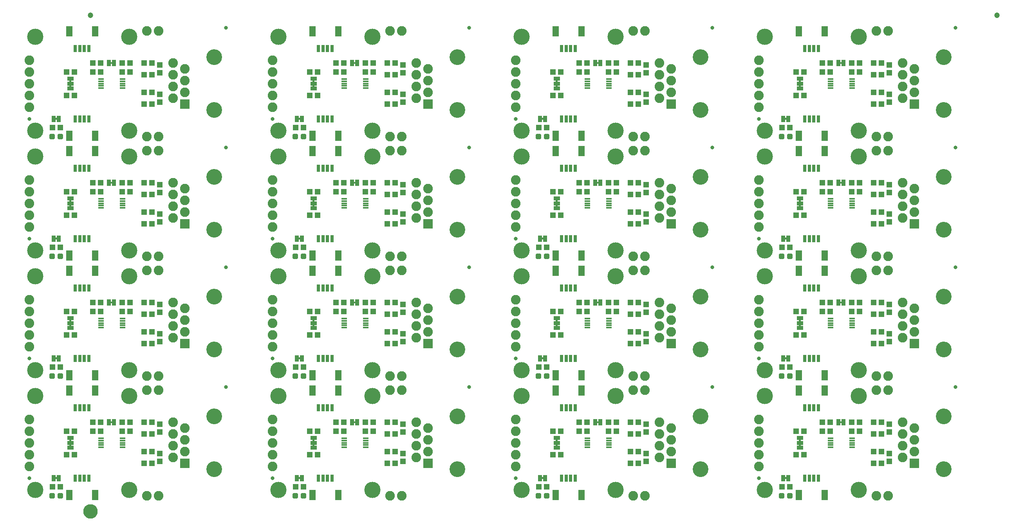
<source format=gts>
G04 EAGLE Gerber RS-274X export*
G75*
%MOMM*%
%FSLAX34Y34*%
%LPD*%
%INSoldermask Top*%
%IPPOS*%
%AMOC8*
5,1,8,0,0,1.08239X$1,22.5*%
G01*
%ADD10R,1.403200X2.203200*%
%ADD11R,0.803200X1.553200*%
%ADD12R,1.303200X0.453200*%
%ADD13R,1.303200X1.203200*%
%ADD14R,1.203200X1.303200*%
%ADD15R,0.863600X1.473200*%
%ADD16C,2.082800*%
%ADD17R,2.082800X2.082800*%
%ADD18C,3.403200*%
%ADD19R,1.473200X0.863600*%
%ADD20C,3.505200*%
%ADD21C,0.838200*%
%ADD22C,0.505344*%
%ADD23C,1.203200*%
%ADD24C,1.270000*%
%ADD25C,1.703200*%

G36*
X102935Y896632D02*
X102935Y896632D01*
X103001Y896634D01*
X103044Y896652D01*
X103091Y896660D01*
X103148Y896694D01*
X103208Y896719D01*
X103243Y896750D01*
X103284Y896775D01*
X103326Y896826D01*
X103374Y896870D01*
X103396Y896912D01*
X103425Y896949D01*
X103446Y897011D01*
X103477Y897070D01*
X103485Y897124D01*
X103497Y897161D01*
X103496Y897201D01*
X103504Y897255D01*
X103504Y901065D01*
X103493Y901130D01*
X103491Y901196D01*
X103473Y901239D01*
X103465Y901286D01*
X103431Y901343D01*
X103406Y901403D01*
X103375Y901438D01*
X103350Y901479D01*
X103299Y901521D01*
X103255Y901569D01*
X103213Y901591D01*
X103176Y901620D01*
X103114Y901641D01*
X103055Y901672D01*
X103001Y901680D01*
X102964Y901692D01*
X102924Y901691D01*
X102870Y901699D01*
X100330Y901699D01*
X100265Y901688D01*
X100199Y901686D01*
X100156Y901668D01*
X100109Y901660D01*
X100052Y901626D01*
X99992Y901601D01*
X99957Y901570D01*
X99916Y901545D01*
X99875Y901494D01*
X99826Y901450D01*
X99804Y901408D01*
X99775Y901371D01*
X99754Y901309D01*
X99723Y901250D01*
X99715Y901196D01*
X99703Y901159D01*
X99703Y901155D01*
X99703Y901154D01*
X99704Y901119D01*
X99696Y901065D01*
X99696Y897255D01*
X99707Y897190D01*
X99709Y897124D01*
X99727Y897081D01*
X99735Y897034D01*
X99769Y896977D01*
X99794Y896917D01*
X99825Y896882D01*
X99850Y896841D01*
X99901Y896800D01*
X99945Y896751D01*
X99987Y896729D01*
X100024Y896700D01*
X100086Y896679D01*
X100145Y896648D01*
X100199Y896640D01*
X100236Y896628D01*
X100276Y896629D01*
X100330Y896621D01*
X102870Y896621D01*
X102935Y896632D01*
G37*
G36*
X102935Y647712D02*
X102935Y647712D01*
X103001Y647714D01*
X103044Y647732D01*
X103091Y647740D01*
X103148Y647774D01*
X103208Y647799D01*
X103243Y647830D01*
X103284Y647855D01*
X103326Y647906D01*
X103374Y647950D01*
X103396Y647992D01*
X103425Y648029D01*
X103446Y648091D01*
X103477Y648150D01*
X103485Y648204D01*
X103497Y648241D01*
X103496Y648281D01*
X103504Y648335D01*
X103504Y652145D01*
X103493Y652210D01*
X103491Y652276D01*
X103473Y652319D01*
X103465Y652366D01*
X103431Y652423D01*
X103406Y652483D01*
X103375Y652518D01*
X103350Y652559D01*
X103299Y652601D01*
X103255Y652649D01*
X103213Y652671D01*
X103176Y652700D01*
X103114Y652721D01*
X103055Y652752D01*
X103001Y652760D01*
X102964Y652772D01*
X102924Y652771D01*
X102870Y652779D01*
X100330Y652779D01*
X100265Y652768D01*
X100199Y652766D01*
X100156Y652748D01*
X100109Y652740D01*
X100052Y652706D01*
X99992Y652681D01*
X99957Y652650D01*
X99916Y652625D01*
X99875Y652574D01*
X99826Y652530D01*
X99804Y652488D01*
X99775Y652451D01*
X99754Y652389D01*
X99723Y652330D01*
X99715Y652276D01*
X99703Y652239D01*
X99703Y652235D01*
X99703Y652234D01*
X99704Y652199D01*
X99696Y652145D01*
X99696Y648335D01*
X99707Y648270D01*
X99709Y648204D01*
X99727Y648161D01*
X99735Y648114D01*
X99769Y648057D01*
X99794Y647997D01*
X99825Y647962D01*
X99850Y647921D01*
X99901Y647880D01*
X99945Y647831D01*
X99987Y647809D01*
X100024Y647780D01*
X100086Y647759D01*
X100145Y647728D01*
X100199Y647720D01*
X100236Y647708D01*
X100276Y647709D01*
X100330Y647701D01*
X102870Y647701D01*
X102935Y647712D01*
G37*
G36*
X1154495Y647712D02*
X1154495Y647712D01*
X1154561Y647714D01*
X1154604Y647732D01*
X1154651Y647740D01*
X1154708Y647774D01*
X1154768Y647799D01*
X1154803Y647830D01*
X1154844Y647855D01*
X1154886Y647906D01*
X1154934Y647950D01*
X1154956Y647992D01*
X1154985Y648029D01*
X1155006Y648091D01*
X1155037Y648150D01*
X1155045Y648204D01*
X1155057Y648241D01*
X1155056Y648281D01*
X1155064Y648335D01*
X1155064Y652145D01*
X1155053Y652210D01*
X1155051Y652276D01*
X1155033Y652319D01*
X1155025Y652366D01*
X1154991Y652423D01*
X1154966Y652483D01*
X1154935Y652518D01*
X1154910Y652559D01*
X1154859Y652601D01*
X1154815Y652649D01*
X1154773Y652671D01*
X1154736Y652700D01*
X1154674Y652721D01*
X1154615Y652752D01*
X1154561Y652760D01*
X1154524Y652772D01*
X1154484Y652771D01*
X1154430Y652779D01*
X1151890Y652779D01*
X1151825Y652768D01*
X1151759Y652766D01*
X1151716Y652748D01*
X1151669Y652740D01*
X1151612Y652706D01*
X1151552Y652681D01*
X1151517Y652650D01*
X1151476Y652625D01*
X1151435Y652574D01*
X1151386Y652530D01*
X1151364Y652488D01*
X1151335Y652451D01*
X1151314Y652389D01*
X1151283Y652330D01*
X1151275Y652276D01*
X1151263Y652239D01*
X1151263Y652235D01*
X1151263Y652234D01*
X1151264Y652199D01*
X1151256Y652145D01*
X1151256Y648335D01*
X1151267Y648270D01*
X1151269Y648204D01*
X1151287Y648161D01*
X1151295Y648114D01*
X1151329Y648057D01*
X1151354Y647997D01*
X1151385Y647962D01*
X1151410Y647921D01*
X1151461Y647880D01*
X1151505Y647831D01*
X1151547Y647809D01*
X1151584Y647780D01*
X1151646Y647759D01*
X1151705Y647728D01*
X1151759Y647720D01*
X1151796Y647708D01*
X1151836Y647709D01*
X1151890Y647701D01*
X1154430Y647701D01*
X1154495Y647712D01*
G37*
G36*
X1680275Y647712D02*
X1680275Y647712D01*
X1680341Y647714D01*
X1680384Y647732D01*
X1680431Y647740D01*
X1680488Y647774D01*
X1680548Y647799D01*
X1680583Y647830D01*
X1680624Y647855D01*
X1680666Y647906D01*
X1680714Y647950D01*
X1680736Y647992D01*
X1680765Y648029D01*
X1680786Y648091D01*
X1680817Y648150D01*
X1680825Y648204D01*
X1680837Y648241D01*
X1680836Y648281D01*
X1680844Y648335D01*
X1680844Y652145D01*
X1680833Y652210D01*
X1680831Y652276D01*
X1680813Y652319D01*
X1680805Y652366D01*
X1680771Y652423D01*
X1680746Y652483D01*
X1680715Y652518D01*
X1680690Y652559D01*
X1680639Y652601D01*
X1680595Y652649D01*
X1680553Y652671D01*
X1680516Y652700D01*
X1680454Y652721D01*
X1680395Y652752D01*
X1680341Y652760D01*
X1680304Y652772D01*
X1680264Y652771D01*
X1680210Y652779D01*
X1677670Y652779D01*
X1677605Y652768D01*
X1677539Y652766D01*
X1677496Y652748D01*
X1677449Y652740D01*
X1677392Y652706D01*
X1677332Y652681D01*
X1677297Y652650D01*
X1677256Y652625D01*
X1677215Y652574D01*
X1677166Y652530D01*
X1677144Y652488D01*
X1677115Y652451D01*
X1677094Y652389D01*
X1677063Y652330D01*
X1677055Y652276D01*
X1677043Y652239D01*
X1677043Y652235D01*
X1677043Y652234D01*
X1677044Y652199D01*
X1677036Y652145D01*
X1677036Y648335D01*
X1677047Y648270D01*
X1677049Y648204D01*
X1677067Y648161D01*
X1677075Y648114D01*
X1677109Y648057D01*
X1677134Y647997D01*
X1677165Y647962D01*
X1677190Y647921D01*
X1677241Y647880D01*
X1677285Y647831D01*
X1677327Y647809D01*
X1677364Y647780D01*
X1677426Y647759D01*
X1677485Y647728D01*
X1677539Y647720D01*
X1677576Y647708D01*
X1677616Y647709D01*
X1677670Y647701D01*
X1680210Y647701D01*
X1680275Y647712D01*
G37*
G36*
X1680275Y906792D02*
X1680275Y906792D01*
X1680341Y906794D01*
X1680384Y906812D01*
X1680431Y906820D01*
X1680488Y906854D01*
X1680548Y906879D01*
X1680583Y906910D01*
X1680624Y906935D01*
X1680666Y906986D01*
X1680714Y907030D01*
X1680736Y907072D01*
X1680765Y907109D01*
X1680786Y907171D01*
X1680817Y907230D01*
X1680825Y907284D01*
X1680837Y907321D01*
X1680836Y907361D01*
X1680844Y907415D01*
X1680844Y911225D01*
X1680833Y911290D01*
X1680831Y911356D01*
X1680813Y911399D01*
X1680805Y911446D01*
X1680771Y911503D01*
X1680746Y911563D01*
X1680715Y911598D01*
X1680690Y911639D01*
X1680639Y911681D01*
X1680595Y911729D01*
X1680553Y911751D01*
X1680516Y911780D01*
X1680454Y911801D01*
X1680395Y911832D01*
X1680341Y911840D01*
X1680304Y911852D01*
X1680264Y911851D01*
X1680210Y911859D01*
X1677670Y911859D01*
X1677605Y911848D01*
X1677539Y911846D01*
X1677496Y911828D01*
X1677449Y911820D01*
X1677392Y911786D01*
X1677332Y911761D01*
X1677297Y911730D01*
X1677256Y911705D01*
X1677215Y911654D01*
X1677166Y911610D01*
X1677144Y911568D01*
X1677115Y911531D01*
X1677094Y911469D01*
X1677063Y911410D01*
X1677055Y911356D01*
X1677043Y911319D01*
X1677043Y911315D01*
X1677043Y911314D01*
X1677044Y911279D01*
X1677036Y911225D01*
X1677036Y907415D01*
X1677047Y907350D01*
X1677049Y907284D01*
X1677067Y907241D01*
X1677075Y907194D01*
X1677109Y907137D01*
X1677134Y907077D01*
X1677165Y907042D01*
X1677190Y907001D01*
X1677241Y906960D01*
X1677285Y906911D01*
X1677327Y906889D01*
X1677364Y906860D01*
X1677426Y906839D01*
X1677485Y906808D01*
X1677539Y906800D01*
X1677576Y906788D01*
X1677616Y906789D01*
X1677670Y906781D01*
X1680210Y906781D01*
X1680275Y906792D01*
G37*
G36*
X1154495Y906792D02*
X1154495Y906792D01*
X1154561Y906794D01*
X1154604Y906812D01*
X1154651Y906820D01*
X1154708Y906854D01*
X1154768Y906879D01*
X1154803Y906910D01*
X1154844Y906935D01*
X1154886Y906986D01*
X1154934Y907030D01*
X1154956Y907072D01*
X1154985Y907109D01*
X1155006Y907171D01*
X1155037Y907230D01*
X1155045Y907284D01*
X1155057Y907321D01*
X1155056Y907361D01*
X1155064Y907415D01*
X1155064Y911225D01*
X1155053Y911290D01*
X1155051Y911356D01*
X1155033Y911399D01*
X1155025Y911446D01*
X1154991Y911503D01*
X1154966Y911563D01*
X1154935Y911598D01*
X1154910Y911639D01*
X1154859Y911681D01*
X1154815Y911729D01*
X1154773Y911751D01*
X1154736Y911780D01*
X1154674Y911801D01*
X1154615Y911832D01*
X1154561Y911840D01*
X1154524Y911852D01*
X1154484Y911851D01*
X1154430Y911859D01*
X1151890Y911859D01*
X1151825Y911848D01*
X1151759Y911846D01*
X1151716Y911828D01*
X1151669Y911820D01*
X1151612Y911786D01*
X1151552Y911761D01*
X1151517Y911730D01*
X1151476Y911705D01*
X1151435Y911654D01*
X1151386Y911610D01*
X1151364Y911568D01*
X1151335Y911531D01*
X1151314Y911469D01*
X1151283Y911410D01*
X1151275Y911356D01*
X1151263Y911319D01*
X1151263Y911315D01*
X1151263Y911314D01*
X1151264Y911279D01*
X1151256Y911225D01*
X1151256Y907415D01*
X1151267Y907350D01*
X1151269Y907284D01*
X1151287Y907241D01*
X1151295Y907194D01*
X1151329Y907137D01*
X1151354Y907077D01*
X1151385Y907042D01*
X1151410Y907001D01*
X1151461Y906960D01*
X1151505Y906911D01*
X1151547Y906889D01*
X1151584Y906860D01*
X1151646Y906839D01*
X1151705Y906808D01*
X1151759Y906800D01*
X1151796Y906788D01*
X1151836Y906789D01*
X1151890Y906781D01*
X1154430Y906781D01*
X1154495Y906792D01*
G37*
G36*
X628715Y906792D02*
X628715Y906792D01*
X628781Y906794D01*
X628824Y906812D01*
X628871Y906820D01*
X628928Y906854D01*
X628988Y906879D01*
X629023Y906910D01*
X629064Y906935D01*
X629106Y906986D01*
X629154Y907030D01*
X629176Y907072D01*
X629205Y907109D01*
X629226Y907171D01*
X629257Y907230D01*
X629265Y907284D01*
X629277Y907321D01*
X629276Y907361D01*
X629284Y907415D01*
X629284Y911225D01*
X629273Y911290D01*
X629271Y911356D01*
X629253Y911399D01*
X629245Y911446D01*
X629211Y911503D01*
X629186Y911563D01*
X629155Y911598D01*
X629130Y911639D01*
X629079Y911681D01*
X629035Y911729D01*
X628993Y911751D01*
X628956Y911780D01*
X628894Y911801D01*
X628835Y911832D01*
X628781Y911840D01*
X628744Y911852D01*
X628704Y911851D01*
X628650Y911859D01*
X626110Y911859D01*
X626045Y911848D01*
X625979Y911846D01*
X625936Y911828D01*
X625889Y911820D01*
X625832Y911786D01*
X625772Y911761D01*
X625737Y911730D01*
X625696Y911705D01*
X625655Y911654D01*
X625606Y911610D01*
X625584Y911568D01*
X625555Y911531D01*
X625534Y911469D01*
X625503Y911410D01*
X625495Y911356D01*
X625483Y911319D01*
X625483Y911315D01*
X625483Y911314D01*
X625484Y911279D01*
X625476Y911225D01*
X625476Y907415D01*
X625487Y907350D01*
X625489Y907284D01*
X625507Y907241D01*
X625515Y907194D01*
X625549Y907137D01*
X625574Y907077D01*
X625605Y907042D01*
X625630Y907001D01*
X625681Y906960D01*
X625725Y906911D01*
X625767Y906889D01*
X625804Y906860D01*
X625866Y906839D01*
X625925Y906808D01*
X625979Y906800D01*
X626016Y906788D01*
X626056Y906789D01*
X626110Y906781D01*
X628650Y906781D01*
X628715Y906792D01*
G37*
G36*
X102935Y906792D02*
X102935Y906792D01*
X103001Y906794D01*
X103044Y906812D01*
X103091Y906820D01*
X103148Y906854D01*
X103208Y906879D01*
X103243Y906910D01*
X103284Y906935D01*
X103326Y906986D01*
X103374Y907030D01*
X103396Y907072D01*
X103425Y907109D01*
X103446Y907171D01*
X103477Y907230D01*
X103485Y907284D01*
X103497Y907321D01*
X103496Y907361D01*
X103504Y907415D01*
X103504Y911225D01*
X103493Y911290D01*
X103491Y911356D01*
X103473Y911399D01*
X103465Y911446D01*
X103431Y911503D01*
X103406Y911563D01*
X103375Y911598D01*
X103350Y911639D01*
X103299Y911681D01*
X103255Y911729D01*
X103213Y911751D01*
X103176Y911780D01*
X103114Y911801D01*
X103055Y911832D01*
X103001Y911840D01*
X102964Y911852D01*
X102924Y911851D01*
X102870Y911859D01*
X100330Y911859D01*
X100265Y911848D01*
X100199Y911846D01*
X100156Y911828D01*
X100109Y911820D01*
X100052Y911786D01*
X99992Y911761D01*
X99957Y911730D01*
X99916Y911705D01*
X99875Y911654D01*
X99826Y911610D01*
X99804Y911568D01*
X99775Y911531D01*
X99754Y911469D01*
X99723Y911410D01*
X99715Y911356D01*
X99703Y911319D01*
X99703Y911315D01*
X99703Y911314D01*
X99704Y911279D01*
X99696Y911225D01*
X99696Y907415D01*
X99707Y907350D01*
X99709Y907284D01*
X99727Y907241D01*
X99735Y907194D01*
X99769Y907137D01*
X99794Y907077D01*
X99825Y907042D01*
X99850Y907001D01*
X99901Y906960D01*
X99945Y906911D01*
X99987Y906889D01*
X100024Y906860D01*
X100086Y906839D01*
X100145Y906808D01*
X100199Y906800D01*
X100236Y906788D01*
X100276Y906789D01*
X100330Y906781D01*
X102870Y906781D01*
X102935Y906792D01*
G37*
G36*
X1680275Y378472D02*
X1680275Y378472D01*
X1680341Y378474D01*
X1680384Y378492D01*
X1680431Y378500D01*
X1680488Y378534D01*
X1680548Y378559D01*
X1680583Y378590D01*
X1680624Y378615D01*
X1680666Y378666D01*
X1680714Y378710D01*
X1680736Y378752D01*
X1680765Y378789D01*
X1680786Y378851D01*
X1680817Y378910D01*
X1680825Y378964D01*
X1680837Y379001D01*
X1680836Y379041D01*
X1680844Y379095D01*
X1680844Y382905D01*
X1680833Y382970D01*
X1680831Y383036D01*
X1680813Y383079D01*
X1680805Y383126D01*
X1680771Y383183D01*
X1680746Y383243D01*
X1680715Y383278D01*
X1680690Y383319D01*
X1680639Y383361D01*
X1680595Y383409D01*
X1680553Y383431D01*
X1680516Y383460D01*
X1680454Y383481D01*
X1680395Y383512D01*
X1680341Y383520D01*
X1680304Y383532D01*
X1680264Y383531D01*
X1680210Y383539D01*
X1677670Y383539D01*
X1677605Y383528D01*
X1677539Y383526D01*
X1677496Y383508D01*
X1677449Y383500D01*
X1677392Y383466D01*
X1677332Y383441D01*
X1677297Y383410D01*
X1677256Y383385D01*
X1677215Y383334D01*
X1677166Y383290D01*
X1677144Y383248D01*
X1677115Y383211D01*
X1677094Y383149D01*
X1677063Y383090D01*
X1677055Y383036D01*
X1677043Y382999D01*
X1677043Y382995D01*
X1677043Y382994D01*
X1677044Y382959D01*
X1677036Y382905D01*
X1677036Y379095D01*
X1677047Y379030D01*
X1677049Y378964D01*
X1677067Y378921D01*
X1677075Y378874D01*
X1677109Y378817D01*
X1677134Y378757D01*
X1677165Y378722D01*
X1677190Y378681D01*
X1677241Y378640D01*
X1677285Y378591D01*
X1677327Y378569D01*
X1677364Y378540D01*
X1677426Y378519D01*
X1677485Y378488D01*
X1677539Y378480D01*
X1677576Y378468D01*
X1677616Y378469D01*
X1677670Y378461D01*
X1680210Y378461D01*
X1680275Y378472D01*
G37*
G36*
X1680275Y896632D02*
X1680275Y896632D01*
X1680341Y896634D01*
X1680384Y896652D01*
X1680431Y896660D01*
X1680488Y896694D01*
X1680548Y896719D01*
X1680583Y896750D01*
X1680624Y896775D01*
X1680666Y896826D01*
X1680714Y896870D01*
X1680736Y896912D01*
X1680765Y896949D01*
X1680786Y897011D01*
X1680817Y897070D01*
X1680825Y897124D01*
X1680837Y897161D01*
X1680836Y897201D01*
X1680844Y897255D01*
X1680844Y901065D01*
X1680833Y901130D01*
X1680831Y901196D01*
X1680813Y901239D01*
X1680805Y901286D01*
X1680771Y901343D01*
X1680746Y901403D01*
X1680715Y901438D01*
X1680690Y901479D01*
X1680639Y901521D01*
X1680595Y901569D01*
X1680553Y901591D01*
X1680516Y901620D01*
X1680454Y901641D01*
X1680395Y901672D01*
X1680341Y901680D01*
X1680304Y901692D01*
X1680264Y901691D01*
X1680210Y901699D01*
X1677670Y901699D01*
X1677605Y901688D01*
X1677539Y901686D01*
X1677496Y901668D01*
X1677449Y901660D01*
X1677392Y901626D01*
X1677332Y901601D01*
X1677297Y901570D01*
X1677256Y901545D01*
X1677215Y901494D01*
X1677166Y901450D01*
X1677144Y901408D01*
X1677115Y901371D01*
X1677094Y901309D01*
X1677063Y901250D01*
X1677055Y901196D01*
X1677043Y901159D01*
X1677043Y901155D01*
X1677043Y901154D01*
X1677044Y901119D01*
X1677036Y901065D01*
X1677036Y897255D01*
X1677047Y897190D01*
X1677049Y897124D01*
X1677067Y897081D01*
X1677075Y897034D01*
X1677109Y896977D01*
X1677134Y896917D01*
X1677165Y896882D01*
X1677190Y896841D01*
X1677241Y896800D01*
X1677285Y896751D01*
X1677327Y896729D01*
X1677364Y896700D01*
X1677426Y896679D01*
X1677485Y896648D01*
X1677539Y896640D01*
X1677576Y896628D01*
X1677616Y896629D01*
X1677670Y896621D01*
X1680210Y896621D01*
X1680275Y896632D01*
G37*
G36*
X628715Y896632D02*
X628715Y896632D01*
X628781Y896634D01*
X628824Y896652D01*
X628871Y896660D01*
X628928Y896694D01*
X628988Y896719D01*
X629023Y896750D01*
X629064Y896775D01*
X629106Y896826D01*
X629154Y896870D01*
X629176Y896912D01*
X629205Y896949D01*
X629226Y897011D01*
X629257Y897070D01*
X629265Y897124D01*
X629277Y897161D01*
X629276Y897201D01*
X629284Y897255D01*
X629284Y901065D01*
X629273Y901130D01*
X629271Y901196D01*
X629253Y901239D01*
X629245Y901286D01*
X629211Y901343D01*
X629186Y901403D01*
X629155Y901438D01*
X629130Y901479D01*
X629079Y901521D01*
X629035Y901569D01*
X628993Y901591D01*
X628956Y901620D01*
X628894Y901641D01*
X628835Y901672D01*
X628781Y901680D01*
X628744Y901692D01*
X628704Y901691D01*
X628650Y901699D01*
X626110Y901699D01*
X626045Y901688D01*
X625979Y901686D01*
X625936Y901668D01*
X625889Y901660D01*
X625832Y901626D01*
X625772Y901601D01*
X625737Y901570D01*
X625696Y901545D01*
X625655Y901494D01*
X625606Y901450D01*
X625584Y901408D01*
X625555Y901371D01*
X625534Y901309D01*
X625503Y901250D01*
X625495Y901196D01*
X625483Y901159D01*
X625483Y901155D01*
X625483Y901154D01*
X625484Y901119D01*
X625476Y901065D01*
X625476Y897255D01*
X625487Y897190D01*
X625489Y897124D01*
X625507Y897081D01*
X625515Y897034D01*
X625549Y896977D01*
X625574Y896917D01*
X625605Y896882D01*
X625630Y896841D01*
X625681Y896800D01*
X625725Y896751D01*
X625767Y896729D01*
X625804Y896700D01*
X625866Y896679D01*
X625925Y896648D01*
X625979Y896640D01*
X626016Y896628D01*
X626056Y896629D01*
X626110Y896621D01*
X628650Y896621D01*
X628715Y896632D01*
G37*
G36*
X1154495Y896632D02*
X1154495Y896632D01*
X1154561Y896634D01*
X1154604Y896652D01*
X1154651Y896660D01*
X1154708Y896694D01*
X1154768Y896719D01*
X1154803Y896750D01*
X1154844Y896775D01*
X1154886Y896826D01*
X1154934Y896870D01*
X1154956Y896912D01*
X1154985Y896949D01*
X1155006Y897011D01*
X1155037Y897070D01*
X1155045Y897124D01*
X1155057Y897161D01*
X1155056Y897201D01*
X1155064Y897255D01*
X1155064Y901065D01*
X1155053Y901130D01*
X1155051Y901196D01*
X1155033Y901239D01*
X1155025Y901286D01*
X1154991Y901343D01*
X1154966Y901403D01*
X1154935Y901438D01*
X1154910Y901479D01*
X1154859Y901521D01*
X1154815Y901569D01*
X1154773Y901591D01*
X1154736Y901620D01*
X1154674Y901641D01*
X1154615Y901672D01*
X1154561Y901680D01*
X1154524Y901692D01*
X1154484Y901691D01*
X1154430Y901699D01*
X1151890Y901699D01*
X1151825Y901688D01*
X1151759Y901686D01*
X1151716Y901668D01*
X1151669Y901660D01*
X1151612Y901626D01*
X1151552Y901601D01*
X1151517Y901570D01*
X1151476Y901545D01*
X1151435Y901494D01*
X1151386Y901450D01*
X1151364Y901408D01*
X1151335Y901371D01*
X1151314Y901309D01*
X1151283Y901250D01*
X1151275Y901196D01*
X1151263Y901159D01*
X1151263Y901155D01*
X1151263Y901154D01*
X1151264Y901119D01*
X1151256Y901065D01*
X1151256Y897255D01*
X1151267Y897190D01*
X1151269Y897124D01*
X1151287Y897081D01*
X1151295Y897034D01*
X1151329Y896977D01*
X1151354Y896917D01*
X1151385Y896882D01*
X1151410Y896841D01*
X1151461Y896800D01*
X1151505Y896751D01*
X1151547Y896729D01*
X1151584Y896700D01*
X1151646Y896679D01*
X1151705Y896648D01*
X1151759Y896640D01*
X1151796Y896628D01*
X1151836Y896629D01*
X1151890Y896621D01*
X1154430Y896621D01*
X1154495Y896632D01*
G37*
G36*
X102935Y119392D02*
X102935Y119392D01*
X103001Y119394D01*
X103044Y119412D01*
X103091Y119420D01*
X103148Y119454D01*
X103208Y119479D01*
X103243Y119510D01*
X103284Y119535D01*
X103326Y119586D01*
X103374Y119630D01*
X103396Y119672D01*
X103425Y119709D01*
X103446Y119771D01*
X103477Y119830D01*
X103485Y119884D01*
X103497Y119921D01*
X103496Y119961D01*
X103504Y120015D01*
X103504Y123825D01*
X103493Y123890D01*
X103491Y123956D01*
X103473Y123999D01*
X103465Y124046D01*
X103431Y124103D01*
X103406Y124163D01*
X103375Y124198D01*
X103350Y124239D01*
X103299Y124281D01*
X103255Y124329D01*
X103213Y124351D01*
X103176Y124380D01*
X103114Y124401D01*
X103055Y124432D01*
X103001Y124440D01*
X102964Y124452D01*
X102924Y124451D01*
X102870Y124459D01*
X100330Y124459D01*
X100265Y124448D01*
X100199Y124446D01*
X100156Y124428D01*
X100109Y124420D01*
X100052Y124386D01*
X99992Y124361D01*
X99957Y124330D01*
X99916Y124305D01*
X99875Y124254D01*
X99826Y124210D01*
X99804Y124168D01*
X99775Y124131D01*
X99754Y124069D01*
X99723Y124010D01*
X99715Y123956D01*
X99703Y123919D01*
X99703Y123915D01*
X99703Y123914D01*
X99704Y123879D01*
X99696Y123825D01*
X99696Y120015D01*
X99707Y119950D01*
X99709Y119884D01*
X99727Y119841D01*
X99735Y119794D01*
X99769Y119737D01*
X99794Y119677D01*
X99825Y119642D01*
X99850Y119601D01*
X99901Y119560D01*
X99945Y119511D01*
X99987Y119489D01*
X100024Y119460D01*
X100086Y119439D01*
X100145Y119408D01*
X100199Y119400D01*
X100236Y119388D01*
X100276Y119389D01*
X100330Y119381D01*
X102870Y119381D01*
X102935Y119392D01*
G37*
G36*
X628715Y119392D02*
X628715Y119392D01*
X628781Y119394D01*
X628824Y119412D01*
X628871Y119420D01*
X628928Y119454D01*
X628988Y119479D01*
X629023Y119510D01*
X629064Y119535D01*
X629106Y119586D01*
X629154Y119630D01*
X629176Y119672D01*
X629205Y119709D01*
X629226Y119771D01*
X629257Y119830D01*
X629265Y119884D01*
X629277Y119921D01*
X629276Y119961D01*
X629284Y120015D01*
X629284Y123825D01*
X629273Y123890D01*
X629271Y123956D01*
X629253Y123999D01*
X629245Y124046D01*
X629211Y124103D01*
X629186Y124163D01*
X629155Y124198D01*
X629130Y124239D01*
X629079Y124281D01*
X629035Y124329D01*
X628993Y124351D01*
X628956Y124380D01*
X628894Y124401D01*
X628835Y124432D01*
X628781Y124440D01*
X628744Y124452D01*
X628704Y124451D01*
X628650Y124459D01*
X626110Y124459D01*
X626045Y124448D01*
X625979Y124446D01*
X625936Y124428D01*
X625889Y124420D01*
X625832Y124386D01*
X625772Y124361D01*
X625737Y124330D01*
X625696Y124305D01*
X625655Y124254D01*
X625606Y124210D01*
X625584Y124168D01*
X625555Y124131D01*
X625534Y124069D01*
X625503Y124010D01*
X625495Y123956D01*
X625483Y123919D01*
X625483Y123915D01*
X625483Y123914D01*
X625484Y123879D01*
X625476Y123825D01*
X625476Y120015D01*
X625487Y119950D01*
X625489Y119884D01*
X625507Y119841D01*
X625515Y119794D01*
X625549Y119737D01*
X625574Y119677D01*
X625605Y119642D01*
X625630Y119601D01*
X625681Y119560D01*
X625725Y119511D01*
X625767Y119489D01*
X625804Y119460D01*
X625866Y119439D01*
X625925Y119408D01*
X625979Y119400D01*
X626016Y119388D01*
X626056Y119389D01*
X626110Y119381D01*
X628650Y119381D01*
X628715Y119392D01*
G37*
G36*
X1154495Y119392D02*
X1154495Y119392D01*
X1154561Y119394D01*
X1154604Y119412D01*
X1154651Y119420D01*
X1154708Y119454D01*
X1154768Y119479D01*
X1154803Y119510D01*
X1154844Y119535D01*
X1154886Y119586D01*
X1154934Y119630D01*
X1154956Y119672D01*
X1154985Y119709D01*
X1155006Y119771D01*
X1155037Y119830D01*
X1155045Y119884D01*
X1155057Y119921D01*
X1155056Y119961D01*
X1155064Y120015D01*
X1155064Y123825D01*
X1155053Y123890D01*
X1155051Y123956D01*
X1155033Y123999D01*
X1155025Y124046D01*
X1154991Y124103D01*
X1154966Y124163D01*
X1154935Y124198D01*
X1154910Y124239D01*
X1154859Y124281D01*
X1154815Y124329D01*
X1154773Y124351D01*
X1154736Y124380D01*
X1154674Y124401D01*
X1154615Y124432D01*
X1154561Y124440D01*
X1154524Y124452D01*
X1154484Y124451D01*
X1154430Y124459D01*
X1151890Y124459D01*
X1151825Y124448D01*
X1151759Y124446D01*
X1151716Y124428D01*
X1151669Y124420D01*
X1151612Y124386D01*
X1151552Y124361D01*
X1151517Y124330D01*
X1151476Y124305D01*
X1151435Y124254D01*
X1151386Y124210D01*
X1151364Y124168D01*
X1151335Y124131D01*
X1151314Y124069D01*
X1151283Y124010D01*
X1151275Y123956D01*
X1151263Y123919D01*
X1151263Y123915D01*
X1151263Y123914D01*
X1151264Y123879D01*
X1151256Y123825D01*
X1151256Y120015D01*
X1151267Y119950D01*
X1151269Y119884D01*
X1151287Y119841D01*
X1151295Y119794D01*
X1151329Y119737D01*
X1151354Y119677D01*
X1151385Y119642D01*
X1151410Y119601D01*
X1151461Y119560D01*
X1151505Y119511D01*
X1151547Y119489D01*
X1151584Y119460D01*
X1151646Y119439D01*
X1151705Y119408D01*
X1151759Y119400D01*
X1151796Y119388D01*
X1151836Y119389D01*
X1151890Y119381D01*
X1154430Y119381D01*
X1154495Y119392D01*
G37*
G36*
X1680275Y119392D02*
X1680275Y119392D01*
X1680341Y119394D01*
X1680384Y119412D01*
X1680431Y119420D01*
X1680488Y119454D01*
X1680548Y119479D01*
X1680583Y119510D01*
X1680624Y119535D01*
X1680666Y119586D01*
X1680714Y119630D01*
X1680736Y119672D01*
X1680765Y119709D01*
X1680786Y119771D01*
X1680817Y119830D01*
X1680825Y119884D01*
X1680837Y119921D01*
X1680836Y119961D01*
X1680844Y120015D01*
X1680844Y123825D01*
X1680833Y123890D01*
X1680831Y123956D01*
X1680813Y123999D01*
X1680805Y124046D01*
X1680771Y124103D01*
X1680746Y124163D01*
X1680715Y124198D01*
X1680690Y124239D01*
X1680639Y124281D01*
X1680595Y124329D01*
X1680553Y124351D01*
X1680516Y124380D01*
X1680454Y124401D01*
X1680395Y124432D01*
X1680341Y124440D01*
X1680304Y124452D01*
X1680264Y124451D01*
X1680210Y124459D01*
X1677670Y124459D01*
X1677605Y124448D01*
X1677539Y124446D01*
X1677496Y124428D01*
X1677449Y124420D01*
X1677392Y124386D01*
X1677332Y124361D01*
X1677297Y124330D01*
X1677256Y124305D01*
X1677215Y124254D01*
X1677166Y124210D01*
X1677144Y124168D01*
X1677115Y124131D01*
X1677094Y124069D01*
X1677063Y124010D01*
X1677055Y123956D01*
X1677043Y123919D01*
X1677043Y123915D01*
X1677043Y123914D01*
X1677044Y123879D01*
X1677036Y123825D01*
X1677036Y120015D01*
X1677047Y119950D01*
X1677049Y119884D01*
X1677067Y119841D01*
X1677075Y119794D01*
X1677109Y119737D01*
X1677134Y119677D01*
X1677165Y119642D01*
X1677190Y119601D01*
X1677241Y119560D01*
X1677285Y119511D01*
X1677327Y119489D01*
X1677364Y119460D01*
X1677426Y119439D01*
X1677485Y119408D01*
X1677539Y119400D01*
X1677576Y119388D01*
X1677616Y119389D01*
X1677670Y119381D01*
X1680210Y119381D01*
X1680275Y119392D01*
G37*
G36*
X1154495Y637552D02*
X1154495Y637552D01*
X1154561Y637554D01*
X1154604Y637572D01*
X1154651Y637580D01*
X1154708Y637614D01*
X1154768Y637639D01*
X1154803Y637670D01*
X1154844Y637695D01*
X1154886Y637746D01*
X1154934Y637790D01*
X1154956Y637832D01*
X1154985Y637869D01*
X1155006Y637931D01*
X1155037Y637990D01*
X1155045Y638044D01*
X1155057Y638081D01*
X1155056Y638121D01*
X1155064Y638175D01*
X1155064Y641985D01*
X1155053Y642050D01*
X1155051Y642116D01*
X1155033Y642159D01*
X1155025Y642206D01*
X1154991Y642263D01*
X1154966Y642323D01*
X1154935Y642358D01*
X1154910Y642399D01*
X1154859Y642441D01*
X1154815Y642489D01*
X1154773Y642511D01*
X1154736Y642540D01*
X1154674Y642561D01*
X1154615Y642592D01*
X1154561Y642600D01*
X1154524Y642612D01*
X1154484Y642611D01*
X1154430Y642619D01*
X1151890Y642619D01*
X1151825Y642608D01*
X1151759Y642606D01*
X1151716Y642588D01*
X1151669Y642580D01*
X1151612Y642546D01*
X1151552Y642521D01*
X1151517Y642490D01*
X1151476Y642465D01*
X1151435Y642414D01*
X1151386Y642370D01*
X1151364Y642328D01*
X1151335Y642291D01*
X1151314Y642229D01*
X1151283Y642170D01*
X1151275Y642116D01*
X1151263Y642079D01*
X1151263Y642075D01*
X1151263Y642074D01*
X1151264Y642039D01*
X1151256Y641985D01*
X1151256Y638175D01*
X1151267Y638110D01*
X1151269Y638044D01*
X1151287Y638001D01*
X1151295Y637954D01*
X1151329Y637897D01*
X1151354Y637837D01*
X1151385Y637802D01*
X1151410Y637761D01*
X1151461Y637720D01*
X1151505Y637671D01*
X1151547Y637649D01*
X1151584Y637620D01*
X1151646Y637599D01*
X1151705Y637568D01*
X1151759Y637560D01*
X1151796Y637548D01*
X1151836Y637549D01*
X1151890Y637541D01*
X1154430Y637541D01*
X1154495Y637552D01*
G37*
G36*
X628715Y637552D02*
X628715Y637552D01*
X628781Y637554D01*
X628824Y637572D01*
X628871Y637580D01*
X628928Y637614D01*
X628988Y637639D01*
X629023Y637670D01*
X629064Y637695D01*
X629106Y637746D01*
X629154Y637790D01*
X629176Y637832D01*
X629205Y637869D01*
X629226Y637931D01*
X629257Y637990D01*
X629265Y638044D01*
X629277Y638081D01*
X629276Y638121D01*
X629284Y638175D01*
X629284Y641985D01*
X629273Y642050D01*
X629271Y642116D01*
X629253Y642159D01*
X629245Y642206D01*
X629211Y642263D01*
X629186Y642323D01*
X629155Y642358D01*
X629130Y642399D01*
X629079Y642441D01*
X629035Y642489D01*
X628993Y642511D01*
X628956Y642540D01*
X628894Y642561D01*
X628835Y642592D01*
X628781Y642600D01*
X628744Y642612D01*
X628704Y642611D01*
X628650Y642619D01*
X626110Y642619D01*
X626045Y642608D01*
X625979Y642606D01*
X625936Y642588D01*
X625889Y642580D01*
X625832Y642546D01*
X625772Y642521D01*
X625737Y642490D01*
X625696Y642465D01*
X625655Y642414D01*
X625606Y642370D01*
X625584Y642328D01*
X625555Y642291D01*
X625534Y642229D01*
X625503Y642170D01*
X625495Y642116D01*
X625483Y642079D01*
X625483Y642075D01*
X625483Y642074D01*
X625484Y642039D01*
X625476Y641985D01*
X625476Y638175D01*
X625487Y638110D01*
X625489Y638044D01*
X625507Y638001D01*
X625515Y637954D01*
X625549Y637897D01*
X625574Y637837D01*
X625605Y637802D01*
X625630Y637761D01*
X625681Y637720D01*
X625725Y637671D01*
X625767Y637649D01*
X625804Y637620D01*
X625866Y637599D01*
X625925Y637568D01*
X625979Y637560D01*
X626016Y637548D01*
X626056Y637549D01*
X626110Y637541D01*
X628650Y637541D01*
X628715Y637552D01*
G37*
G36*
X102935Y637552D02*
X102935Y637552D01*
X103001Y637554D01*
X103044Y637572D01*
X103091Y637580D01*
X103148Y637614D01*
X103208Y637639D01*
X103243Y637670D01*
X103284Y637695D01*
X103326Y637746D01*
X103374Y637790D01*
X103396Y637832D01*
X103425Y637869D01*
X103446Y637931D01*
X103477Y637990D01*
X103485Y638044D01*
X103497Y638081D01*
X103496Y638121D01*
X103504Y638175D01*
X103504Y641985D01*
X103493Y642050D01*
X103491Y642116D01*
X103473Y642159D01*
X103465Y642206D01*
X103431Y642263D01*
X103406Y642323D01*
X103375Y642358D01*
X103350Y642399D01*
X103299Y642441D01*
X103255Y642489D01*
X103213Y642511D01*
X103176Y642540D01*
X103114Y642561D01*
X103055Y642592D01*
X103001Y642600D01*
X102964Y642612D01*
X102924Y642611D01*
X102870Y642619D01*
X100330Y642619D01*
X100265Y642608D01*
X100199Y642606D01*
X100156Y642588D01*
X100109Y642580D01*
X100052Y642546D01*
X99992Y642521D01*
X99957Y642490D01*
X99916Y642465D01*
X99875Y642414D01*
X99826Y642370D01*
X99804Y642328D01*
X99775Y642291D01*
X99754Y642229D01*
X99723Y642170D01*
X99715Y642116D01*
X99703Y642079D01*
X99703Y642075D01*
X99703Y642074D01*
X99704Y642039D01*
X99696Y641985D01*
X99696Y638175D01*
X99707Y638110D01*
X99709Y638044D01*
X99727Y638001D01*
X99735Y637954D01*
X99769Y637897D01*
X99794Y637837D01*
X99825Y637802D01*
X99850Y637761D01*
X99901Y637720D01*
X99945Y637671D01*
X99987Y637649D01*
X100024Y637620D01*
X100086Y637599D01*
X100145Y637568D01*
X100199Y637560D01*
X100236Y637548D01*
X100276Y637549D01*
X100330Y637541D01*
X102870Y637541D01*
X102935Y637552D01*
G37*
G36*
X1680275Y637552D02*
X1680275Y637552D01*
X1680341Y637554D01*
X1680384Y637572D01*
X1680431Y637580D01*
X1680488Y637614D01*
X1680548Y637639D01*
X1680583Y637670D01*
X1680624Y637695D01*
X1680666Y637746D01*
X1680714Y637790D01*
X1680736Y637832D01*
X1680765Y637869D01*
X1680786Y637931D01*
X1680817Y637990D01*
X1680825Y638044D01*
X1680837Y638081D01*
X1680836Y638121D01*
X1680844Y638175D01*
X1680844Y641985D01*
X1680833Y642050D01*
X1680831Y642116D01*
X1680813Y642159D01*
X1680805Y642206D01*
X1680771Y642263D01*
X1680746Y642323D01*
X1680715Y642358D01*
X1680690Y642399D01*
X1680639Y642441D01*
X1680595Y642489D01*
X1680553Y642511D01*
X1680516Y642540D01*
X1680454Y642561D01*
X1680395Y642592D01*
X1680341Y642600D01*
X1680304Y642612D01*
X1680264Y642611D01*
X1680210Y642619D01*
X1677670Y642619D01*
X1677605Y642608D01*
X1677539Y642606D01*
X1677496Y642588D01*
X1677449Y642580D01*
X1677392Y642546D01*
X1677332Y642521D01*
X1677297Y642490D01*
X1677256Y642465D01*
X1677215Y642414D01*
X1677166Y642370D01*
X1677144Y642328D01*
X1677115Y642291D01*
X1677094Y642229D01*
X1677063Y642170D01*
X1677055Y642116D01*
X1677043Y642079D01*
X1677043Y642075D01*
X1677043Y642074D01*
X1677044Y642039D01*
X1677036Y641985D01*
X1677036Y638175D01*
X1677047Y638110D01*
X1677049Y638044D01*
X1677067Y638001D01*
X1677075Y637954D01*
X1677109Y637897D01*
X1677134Y637837D01*
X1677165Y637802D01*
X1677190Y637761D01*
X1677241Y637720D01*
X1677285Y637671D01*
X1677327Y637649D01*
X1677364Y637620D01*
X1677426Y637599D01*
X1677485Y637568D01*
X1677539Y637560D01*
X1677576Y637548D01*
X1677616Y637549D01*
X1677670Y637541D01*
X1680210Y637541D01*
X1680275Y637552D01*
G37*
G36*
X628715Y647712D02*
X628715Y647712D01*
X628781Y647714D01*
X628824Y647732D01*
X628871Y647740D01*
X628928Y647774D01*
X628988Y647799D01*
X629023Y647830D01*
X629064Y647855D01*
X629106Y647906D01*
X629154Y647950D01*
X629176Y647992D01*
X629205Y648029D01*
X629226Y648091D01*
X629257Y648150D01*
X629265Y648204D01*
X629277Y648241D01*
X629276Y648281D01*
X629284Y648335D01*
X629284Y652145D01*
X629273Y652210D01*
X629271Y652276D01*
X629253Y652319D01*
X629245Y652366D01*
X629211Y652423D01*
X629186Y652483D01*
X629155Y652518D01*
X629130Y652559D01*
X629079Y652601D01*
X629035Y652649D01*
X628993Y652671D01*
X628956Y652700D01*
X628894Y652721D01*
X628835Y652752D01*
X628781Y652760D01*
X628744Y652772D01*
X628704Y652771D01*
X628650Y652779D01*
X626110Y652779D01*
X626045Y652768D01*
X625979Y652766D01*
X625936Y652748D01*
X625889Y652740D01*
X625832Y652706D01*
X625772Y652681D01*
X625737Y652650D01*
X625696Y652625D01*
X625655Y652574D01*
X625606Y652530D01*
X625584Y652488D01*
X625555Y652451D01*
X625534Y652389D01*
X625503Y652330D01*
X625495Y652276D01*
X625483Y652239D01*
X625483Y652235D01*
X625483Y652234D01*
X625484Y652199D01*
X625476Y652145D01*
X625476Y648335D01*
X625487Y648270D01*
X625489Y648204D01*
X625507Y648161D01*
X625515Y648114D01*
X625549Y648057D01*
X625574Y647997D01*
X625605Y647962D01*
X625630Y647921D01*
X625681Y647880D01*
X625725Y647831D01*
X625767Y647809D01*
X625804Y647780D01*
X625866Y647759D01*
X625925Y647728D01*
X625979Y647720D01*
X626016Y647708D01*
X626056Y647709D01*
X626110Y647701D01*
X628650Y647701D01*
X628715Y647712D01*
G37*
G36*
X1680275Y388632D02*
X1680275Y388632D01*
X1680341Y388634D01*
X1680384Y388652D01*
X1680431Y388660D01*
X1680488Y388694D01*
X1680548Y388719D01*
X1680583Y388750D01*
X1680624Y388775D01*
X1680666Y388826D01*
X1680714Y388870D01*
X1680736Y388912D01*
X1680765Y388949D01*
X1680786Y389011D01*
X1680817Y389070D01*
X1680825Y389124D01*
X1680837Y389161D01*
X1680836Y389201D01*
X1680844Y389255D01*
X1680844Y393065D01*
X1680833Y393130D01*
X1680831Y393196D01*
X1680813Y393239D01*
X1680805Y393286D01*
X1680771Y393343D01*
X1680746Y393403D01*
X1680715Y393438D01*
X1680690Y393479D01*
X1680639Y393521D01*
X1680595Y393569D01*
X1680553Y393591D01*
X1680516Y393620D01*
X1680454Y393641D01*
X1680395Y393672D01*
X1680341Y393680D01*
X1680304Y393692D01*
X1680264Y393691D01*
X1680210Y393699D01*
X1677670Y393699D01*
X1677605Y393688D01*
X1677539Y393686D01*
X1677496Y393668D01*
X1677449Y393660D01*
X1677392Y393626D01*
X1677332Y393601D01*
X1677297Y393570D01*
X1677256Y393545D01*
X1677215Y393494D01*
X1677166Y393450D01*
X1677144Y393408D01*
X1677115Y393371D01*
X1677094Y393309D01*
X1677063Y393250D01*
X1677055Y393196D01*
X1677043Y393159D01*
X1677043Y393155D01*
X1677043Y393154D01*
X1677044Y393119D01*
X1677036Y393065D01*
X1677036Y389255D01*
X1677047Y389190D01*
X1677049Y389124D01*
X1677067Y389081D01*
X1677075Y389034D01*
X1677109Y388977D01*
X1677134Y388917D01*
X1677165Y388882D01*
X1677190Y388841D01*
X1677241Y388800D01*
X1677285Y388751D01*
X1677327Y388729D01*
X1677364Y388700D01*
X1677426Y388679D01*
X1677485Y388648D01*
X1677539Y388640D01*
X1677576Y388628D01*
X1677616Y388629D01*
X1677670Y388621D01*
X1680210Y388621D01*
X1680275Y388632D01*
G37*
G36*
X628715Y388632D02*
X628715Y388632D01*
X628781Y388634D01*
X628824Y388652D01*
X628871Y388660D01*
X628928Y388694D01*
X628988Y388719D01*
X629023Y388750D01*
X629064Y388775D01*
X629106Y388826D01*
X629154Y388870D01*
X629176Y388912D01*
X629205Y388949D01*
X629226Y389011D01*
X629257Y389070D01*
X629265Y389124D01*
X629277Y389161D01*
X629276Y389201D01*
X629284Y389255D01*
X629284Y393065D01*
X629273Y393130D01*
X629271Y393196D01*
X629253Y393239D01*
X629245Y393286D01*
X629211Y393343D01*
X629186Y393403D01*
X629155Y393438D01*
X629130Y393479D01*
X629079Y393521D01*
X629035Y393569D01*
X628993Y393591D01*
X628956Y393620D01*
X628894Y393641D01*
X628835Y393672D01*
X628781Y393680D01*
X628744Y393692D01*
X628704Y393691D01*
X628650Y393699D01*
X626110Y393699D01*
X626045Y393688D01*
X625979Y393686D01*
X625936Y393668D01*
X625889Y393660D01*
X625832Y393626D01*
X625772Y393601D01*
X625737Y393570D01*
X625696Y393545D01*
X625655Y393494D01*
X625606Y393450D01*
X625584Y393408D01*
X625555Y393371D01*
X625534Y393309D01*
X625503Y393250D01*
X625495Y393196D01*
X625483Y393159D01*
X625483Y393155D01*
X625483Y393154D01*
X625484Y393119D01*
X625476Y393065D01*
X625476Y389255D01*
X625487Y389190D01*
X625489Y389124D01*
X625507Y389081D01*
X625515Y389034D01*
X625549Y388977D01*
X625574Y388917D01*
X625605Y388882D01*
X625630Y388841D01*
X625681Y388800D01*
X625725Y388751D01*
X625767Y388729D01*
X625804Y388700D01*
X625866Y388679D01*
X625925Y388648D01*
X625979Y388640D01*
X626016Y388628D01*
X626056Y388629D01*
X626110Y388621D01*
X628650Y388621D01*
X628715Y388632D01*
G37*
G36*
X1154495Y388632D02*
X1154495Y388632D01*
X1154561Y388634D01*
X1154604Y388652D01*
X1154651Y388660D01*
X1154708Y388694D01*
X1154768Y388719D01*
X1154803Y388750D01*
X1154844Y388775D01*
X1154886Y388826D01*
X1154934Y388870D01*
X1154956Y388912D01*
X1154985Y388949D01*
X1155006Y389011D01*
X1155037Y389070D01*
X1155045Y389124D01*
X1155057Y389161D01*
X1155056Y389201D01*
X1155064Y389255D01*
X1155064Y393065D01*
X1155053Y393130D01*
X1155051Y393196D01*
X1155033Y393239D01*
X1155025Y393286D01*
X1154991Y393343D01*
X1154966Y393403D01*
X1154935Y393438D01*
X1154910Y393479D01*
X1154859Y393521D01*
X1154815Y393569D01*
X1154773Y393591D01*
X1154736Y393620D01*
X1154674Y393641D01*
X1154615Y393672D01*
X1154561Y393680D01*
X1154524Y393692D01*
X1154484Y393691D01*
X1154430Y393699D01*
X1151890Y393699D01*
X1151825Y393688D01*
X1151759Y393686D01*
X1151716Y393668D01*
X1151669Y393660D01*
X1151612Y393626D01*
X1151552Y393601D01*
X1151517Y393570D01*
X1151476Y393545D01*
X1151435Y393494D01*
X1151386Y393450D01*
X1151364Y393408D01*
X1151335Y393371D01*
X1151314Y393309D01*
X1151283Y393250D01*
X1151275Y393196D01*
X1151263Y393159D01*
X1151263Y393155D01*
X1151263Y393154D01*
X1151264Y393119D01*
X1151256Y393065D01*
X1151256Y389255D01*
X1151267Y389190D01*
X1151269Y389124D01*
X1151287Y389081D01*
X1151295Y389034D01*
X1151329Y388977D01*
X1151354Y388917D01*
X1151385Y388882D01*
X1151410Y388841D01*
X1151461Y388800D01*
X1151505Y388751D01*
X1151547Y388729D01*
X1151584Y388700D01*
X1151646Y388679D01*
X1151705Y388648D01*
X1151759Y388640D01*
X1151796Y388628D01*
X1151836Y388629D01*
X1151890Y388621D01*
X1154430Y388621D01*
X1154495Y388632D01*
G37*
G36*
X102935Y388632D02*
X102935Y388632D01*
X103001Y388634D01*
X103044Y388652D01*
X103091Y388660D01*
X103148Y388694D01*
X103208Y388719D01*
X103243Y388750D01*
X103284Y388775D01*
X103326Y388826D01*
X103374Y388870D01*
X103396Y388912D01*
X103425Y388949D01*
X103446Y389011D01*
X103477Y389070D01*
X103485Y389124D01*
X103497Y389161D01*
X103496Y389201D01*
X103504Y389255D01*
X103504Y393065D01*
X103493Y393130D01*
X103491Y393196D01*
X103473Y393239D01*
X103465Y393286D01*
X103431Y393343D01*
X103406Y393403D01*
X103375Y393438D01*
X103350Y393479D01*
X103299Y393521D01*
X103255Y393569D01*
X103213Y393591D01*
X103176Y393620D01*
X103114Y393641D01*
X103055Y393672D01*
X103001Y393680D01*
X102964Y393692D01*
X102924Y393691D01*
X102870Y393699D01*
X100330Y393699D01*
X100265Y393688D01*
X100199Y393686D01*
X100156Y393668D01*
X100109Y393660D01*
X100052Y393626D01*
X99992Y393601D01*
X99957Y393570D01*
X99916Y393545D01*
X99875Y393494D01*
X99826Y393450D01*
X99804Y393408D01*
X99775Y393371D01*
X99754Y393309D01*
X99723Y393250D01*
X99715Y393196D01*
X99703Y393159D01*
X99703Y393155D01*
X99703Y393154D01*
X99704Y393119D01*
X99696Y393065D01*
X99696Y389255D01*
X99707Y389190D01*
X99709Y389124D01*
X99727Y389081D01*
X99735Y389034D01*
X99769Y388977D01*
X99794Y388917D01*
X99825Y388882D01*
X99850Y388841D01*
X99901Y388800D01*
X99945Y388751D01*
X99987Y388729D01*
X100024Y388700D01*
X100086Y388679D01*
X100145Y388648D01*
X100199Y388640D01*
X100236Y388628D01*
X100276Y388629D01*
X100330Y388621D01*
X102870Y388621D01*
X102935Y388632D01*
G37*
G36*
X628715Y378472D02*
X628715Y378472D01*
X628781Y378474D01*
X628824Y378492D01*
X628871Y378500D01*
X628928Y378534D01*
X628988Y378559D01*
X629023Y378590D01*
X629064Y378615D01*
X629106Y378666D01*
X629154Y378710D01*
X629176Y378752D01*
X629205Y378789D01*
X629226Y378851D01*
X629257Y378910D01*
X629265Y378964D01*
X629277Y379001D01*
X629276Y379041D01*
X629284Y379095D01*
X629284Y382905D01*
X629273Y382970D01*
X629271Y383036D01*
X629253Y383079D01*
X629245Y383126D01*
X629211Y383183D01*
X629186Y383243D01*
X629155Y383278D01*
X629130Y383319D01*
X629079Y383361D01*
X629035Y383409D01*
X628993Y383431D01*
X628956Y383460D01*
X628894Y383481D01*
X628835Y383512D01*
X628781Y383520D01*
X628744Y383532D01*
X628704Y383531D01*
X628650Y383539D01*
X626110Y383539D01*
X626045Y383528D01*
X625979Y383526D01*
X625936Y383508D01*
X625889Y383500D01*
X625832Y383466D01*
X625772Y383441D01*
X625737Y383410D01*
X625696Y383385D01*
X625655Y383334D01*
X625606Y383290D01*
X625584Y383248D01*
X625555Y383211D01*
X625534Y383149D01*
X625503Y383090D01*
X625495Y383036D01*
X625483Y382999D01*
X625483Y382995D01*
X625483Y382994D01*
X625484Y382959D01*
X625476Y382905D01*
X625476Y379095D01*
X625487Y379030D01*
X625489Y378964D01*
X625507Y378921D01*
X625515Y378874D01*
X625549Y378817D01*
X625574Y378757D01*
X625605Y378722D01*
X625630Y378681D01*
X625681Y378640D01*
X625725Y378591D01*
X625767Y378569D01*
X625804Y378540D01*
X625866Y378519D01*
X625925Y378488D01*
X625979Y378480D01*
X626016Y378468D01*
X626056Y378469D01*
X626110Y378461D01*
X628650Y378461D01*
X628715Y378472D01*
G37*
G36*
X102935Y378472D02*
X102935Y378472D01*
X103001Y378474D01*
X103044Y378492D01*
X103091Y378500D01*
X103148Y378534D01*
X103208Y378559D01*
X103243Y378590D01*
X103284Y378615D01*
X103326Y378666D01*
X103374Y378710D01*
X103396Y378752D01*
X103425Y378789D01*
X103446Y378851D01*
X103477Y378910D01*
X103485Y378964D01*
X103497Y379001D01*
X103496Y379041D01*
X103504Y379095D01*
X103504Y382905D01*
X103493Y382970D01*
X103491Y383036D01*
X103473Y383079D01*
X103465Y383126D01*
X103431Y383183D01*
X103406Y383243D01*
X103375Y383278D01*
X103350Y383319D01*
X103299Y383361D01*
X103255Y383409D01*
X103213Y383431D01*
X103176Y383460D01*
X103114Y383481D01*
X103055Y383512D01*
X103001Y383520D01*
X102964Y383532D01*
X102924Y383531D01*
X102870Y383539D01*
X100330Y383539D01*
X100265Y383528D01*
X100199Y383526D01*
X100156Y383508D01*
X100109Y383500D01*
X100052Y383466D01*
X99992Y383441D01*
X99957Y383410D01*
X99916Y383385D01*
X99875Y383334D01*
X99826Y383290D01*
X99804Y383248D01*
X99775Y383211D01*
X99754Y383149D01*
X99723Y383090D01*
X99715Y383036D01*
X99703Y382999D01*
X99703Y382995D01*
X99703Y382994D01*
X99704Y382959D01*
X99696Y382905D01*
X99696Y379095D01*
X99707Y379030D01*
X99709Y378964D01*
X99727Y378921D01*
X99735Y378874D01*
X99769Y378817D01*
X99794Y378757D01*
X99825Y378722D01*
X99850Y378681D01*
X99901Y378640D01*
X99945Y378591D01*
X99987Y378569D01*
X100024Y378540D01*
X100086Y378519D01*
X100145Y378488D01*
X100199Y378480D01*
X100236Y378468D01*
X100276Y378469D01*
X100330Y378461D01*
X102870Y378461D01*
X102935Y378472D01*
G37*
G36*
X1154495Y378472D02*
X1154495Y378472D01*
X1154561Y378474D01*
X1154604Y378492D01*
X1154651Y378500D01*
X1154708Y378534D01*
X1154768Y378559D01*
X1154803Y378590D01*
X1154844Y378615D01*
X1154886Y378666D01*
X1154934Y378710D01*
X1154956Y378752D01*
X1154985Y378789D01*
X1155006Y378851D01*
X1155037Y378910D01*
X1155045Y378964D01*
X1155057Y379001D01*
X1155056Y379041D01*
X1155064Y379095D01*
X1155064Y382905D01*
X1155053Y382970D01*
X1155051Y383036D01*
X1155033Y383079D01*
X1155025Y383126D01*
X1154991Y383183D01*
X1154966Y383243D01*
X1154935Y383278D01*
X1154910Y383319D01*
X1154859Y383361D01*
X1154815Y383409D01*
X1154773Y383431D01*
X1154736Y383460D01*
X1154674Y383481D01*
X1154615Y383512D01*
X1154561Y383520D01*
X1154524Y383532D01*
X1154484Y383531D01*
X1154430Y383539D01*
X1151890Y383539D01*
X1151825Y383528D01*
X1151759Y383526D01*
X1151716Y383508D01*
X1151669Y383500D01*
X1151612Y383466D01*
X1151552Y383441D01*
X1151517Y383410D01*
X1151476Y383385D01*
X1151435Y383334D01*
X1151386Y383290D01*
X1151364Y383248D01*
X1151335Y383211D01*
X1151314Y383149D01*
X1151283Y383090D01*
X1151275Y383036D01*
X1151263Y382999D01*
X1151263Y382995D01*
X1151263Y382994D01*
X1151264Y382959D01*
X1151256Y382905D01*
X1151256Y379095D01*
X1151267Y379030D01*
X1151269Y378964D01*
X1151287Y378921D01*
X1151295Y378874D01*
X1151329Y378817D01*
X1151354Y378757D01*
X1151385Y378722D01*
X1151410Y378681D01*
X1151461Y378640D01*
X1151505Y378591D01*
X1151547Y378569D01*
X1151584Y378540D01*
X1151646Y378519D01*
X1151705Y378488D01*
X1151759Y378480D01*
X1151796Y378468D01*
X1151836Y378469D01*
X1151890Y378461D01*
X1154430Y378461D01*
X1154495Y378472D01*
G37*
G36*
X628715Y129552D02*
X628715Y129552D01*
X628781Y129554D01*
X628824Y129572D01*
X628871Y129580D01*
X628928Y129614D01*
X628988Y129639D01*
X629023Y129670D01*
X629064Y129695D01*
X629106Y129746D01*
X629154Y129790D01*
X629176Y129832D01*
X629205Y129869D01*
X629226Y129931D01*
X629257Y129990D01*
X629265Y130044D01*
X629277Y130081D01*
X629276Y130121D01*
X629284Y130175D01*
X629284Y133985D01*
X629273Y134050D01*
X629271Y134116D01*
X629253Y134159D01*
X629245Y134206D01*
X629211Y134263D01*
X629186Y134323D01*
X629155Y134358D01*
X629130Y134399D01*
X629079Y134441D01*
X629035Y134489D01*
X628993Y134511D01*
X628956Y134540D01*
X628894Y134561D01*
X628835Y134592D01*
X628781Y134600D01*
X628744Y134612D01*
X628704Y134611D01*
X628650Y134619D01*
X626110Y134619D01*
X626045Y134608D01*
X625979Y134606D01*
X625936Y134588D01*
X625889Y134580D01*
X625832Y134546D01*
X625772Y134521D01*
X625737Y134490D01*
X625696Y134465D01*
X625655Y134414D01*
X625606Y134370D01*
X625584Y134328D01*
X625555Y134291D01*
X625534Y134229D01*
X625503Y134170D01*
X625495Y134116D01*
X625483Y134079D01*
X625483Y134075D01*
X625483Y134074D01*
X625484Y134039D01*
X625476Y133985D01*
X625476Y130175D01*
X625487Y130110D01*
X625489Y130044D01*
X625507Y130001D01*
X625515Y129954D01*
X625549Y129897D01*
X625574Y129837D01*
X625605Y129802D01*
X625630Y129761D01*
X625681Y129720D01*
X625725Y129671D01*
X625767Y129649D01*
X625804Y129620D01*
X625866Y129599D01*
X625925Y129568D01*
X625979Y129560D01*
X626016Y129548D01*
X626056Y129549D01*
X626110Y129541D01*
X628650Y129541D01*
X628715Y129552D01*
G37*
G36*
X1154495Y129552D02*
X1154495Y129552D01*
X1154561Y129554D01*
X1154604Y129572D01*
X1154651Y129580D01*
X1154708Y129614D01*
X1154768Y129639D01*
X1154803Y129670D01*
X1154844Y129695D01*
X1154886Y129746D01*
X1154934Y129790D01*
X1154956Y129832D01*
X1154985Y129869D01*
X1155006Y129931D01*
X1155037Y129990D01*
X1155045Y130044D01*
X1155057Y130081D01*
X1155056Y130121D01*
X1155064Y130175D01*
X1155064Y133985D01*
X1155053Y134050D01*
X1155051Y134116D01*
X1155033Y134159D01*
X1155025Y134206D01*
X1154991Y134263D01*
X1154966Y134323D01*
X1154935Y134358D01*
X1154910Y134399D01*
X1154859Y134441D01*
X1154815Y134489D01*
X1154773Y134511D01*
X1154736Y134540D01*
X1154674Y134561D01*
X1154615Y134592D01*
X1154561Y134600D01*
X1154524Y134612D01*
X1154484Y134611D01*
X1154430Y134619D01*
X1151890Y134619D01*
X1151825Y134608D01*
X1151759Y134606D01*
X1151716Y134588D01*
X1151669Y134580D01*
X1151612Y134546D01*
X1151552Y134521D01*
X1151517Y134490D01*
X1151476Y134465D01*
X1151435Y134414D01*
X1151386Y134370D01*
X1151364Y134328D01*
X1151335Y134291D01*
X1151314Y134229D01*
X1151283Y134170D01*
X1151275Y134116D01*
X1151263Y134079D01*
X1151263Y134075D01*
X1151263Y134074D01*
X1151264Y134039D01*
X1151256Y133985D01*
X1151256Y130175D01*
X1151267Y130110D01*
X1151269Y130044D01*
X1151287Y130001D01*
X1151295Y129954D01*
X1151329Y129897D01*
X1151354Y129837D01*
X1151385Y129802D01*
X1151410Y129761D01*
X1151461Y129720D01*
X1151505Y129671D01*
X1151547Y129649D01*
X1151584Y129620D01*
X1151646Y129599D01*
X1151705Y129568D01*
X1151759Y129560D01*
X1151796Y129548D01*
X1151836Y129549D01*
X1151890Y129541D01*
X1154430Y129541D01*
X1154495Y129552D01*
G37*
G36*
X102935Y129552D02*
X102935Y129552D01*
X103001Y129554D01*
X103044Y129572D01*
X103091Y129580D01*
X103148Y129614D01*
X103208Y129639D01*
X103243Y129670D01*
X103284Y129695D01*
X103326Y129746D01*
X103374Y129790D01*
X103396Y129832D01*
X103425Y129869D01*
X103446Y129931D01*
X103477Y129990D01*
X103485Y130044D01*
X103497Y130081D01*
X103496Y130121D01*
X103504Y130175D01*
X103504Y133985D01*
X103493Y134050D01*
X103491Y134116D01*
X103473Y134159D01*
X103465Y134206D01*
X103431Y134263D01*
X103406Y134323D01*
X103375Y134358D01*
X103350Y134399D01*
X103299Y134441D01*
X103255Y134489D01*
X103213Y134511D01*
X103176Y134540D01*
X103114Y134561D01*
X103055Y134592D01*
X103001Y134600D01*
X102964Y134612D01*
X102924Y134611D01*
X102870Y134619D01*
X100330Y134619D01*
X100265Y134608D01*
X100199Y134606D01*
X100156Y134588D01*
X100109Y134580D01*
X100052Y134546D01*
X99992Y134521D01*
X99957Y134490D01*
X99916Y134465D01*
X99875Y134414D01*
X99826Y134370D01*
X99804Y134328D01*
X99775Y134291D01*
X99754Y134229D01*
X99723Y134170D01*
X99715Y134116D01*
X99703Y134079D01*
X99703Y134075D01*
X99703Y134074D01*
X99704Y134039D01*
X99696Y133985D01*
X99696Y130175D01*
X99707Y130110D01*
X99709Y130044D01*
X99727Y130001D01*
X99735Y129954D01*
X99769Y129897D01*
X99794Y129837D01*
X99825Y129802D01*
X99850Y129761D01*
X99901Y129720D01*
X99945Y129671D01*
X99987Y129649D01*
X100024Y129620D01*
X100086Y129599D01*
X100145Y129568D01*
X100199Y129560D01*
X100236Y129548D01*
X100276Y129549D01*
X100330Y129541D01*
X102870Y129541D01*
X102935Y129552D01*
G37*
G36*
X1680275Y129552D02*
X1680275Y129552D01*
X1680341Y129554D01*
X1680384Y129572D01*
X1680431Y129580D01*
X1680488Y129614D01*
X1680548Y129639D01*
X1680583Y129670D01*
X1680624Y129695D01*
X1680666Y129746D01*
X1680714Y129790D01*
X1680736Y129832D01*
X1680765Y129869D01*
X1680786Y129931D01*
X1680817Y129990D01*
X1680825Y130044D01*
X1680837Y130081D01*
X1680836Y130121D01*
X1680844Y130175D01*
X1680844Y133985D01*
X1680833Y134050D01*
X1680831Y134116D01*
X1680813Y134159D01*
X1680805Y134206D01*
X1680771Y134263D01*
X1680746Y134323D01*
X1680715Y134358D01*
X1680690Y134399D01*
X1680639Y134441D01*
X1680595Y134489D01*
X1680553Y134511D01*
X1680516Y134540D01*
X1680454Y134561D01*
X1680395Y134592D01*
X1680341Y134600D01*
X1680304Y134612D01*
X1680264Y134611D01*
X1680210Y134619D01*
X1677670Y134619D01*
X1677605Y134608D01*
X1677539Y134606D01*
X1677496Y134588D01*
X1677449Y134580D01*
X1677392Y134546D01*
X1677332Y134521D01*
X1677297Y134490D01*
X1677256Y134465D01*
X1677215Y134414D01*
X1677166Y134370D01*
X1677144Y134328D01*
X1677115Y134291D01*
X1677094Y134229D01*
X1677063Y134170D01*
X1677055Y134116D01*
X1677043Y134079D01*
X1677043Y134075D01*
X1677043Y134074D01*
X1677044Y134039D01*
X1677036Y133985D01*
X1677036Y130175D01*
X1677047Y130110D01*
X1677049Y130044D01*
X1677067Y130001D01*
X1677075Y129954D01*
X1677109Y129897D01*
X1677134Y129837D01*
X1677165Y129802D01*
X1677190Y129761D01*
X1677241Y129720D01*
X1677285Y129671D01*
X1677327Y129649D01*
X1677364Y129620D01*
X1677426Y129599D01*
X1677485Y129568D01*
X1677539Y129560D01*
X1677576Y129548D01*
X1677616Y129549D01*
X1677670Y129541D01*
X1680210Y129541D01*
X1680275Y129552D01*
G37*
G36*
X598870Y826147D02*
X598870Y826147D01*
X598936Y826149D01*
X598979Y826167D01*
X599026Y826175D01*
X599083Y826209D01*
X599143Y826234D01*
X599178Y826265D01*
X599219Y826290D01*
X599261Y826341D01*
X599309Y826385D01*
X599331Y826427D01*
X599360Y826464D01*
X599381Y826526D01*
X599412Y826585D01*
X599420Y826639D01*
X599432Y826676D01*
X599431Y826716D01*
X599439Y826770D01*
X599439Y829310D01*
X599428Y829375D01*
X599426Y829441D01*
X599408Y829484D01*
X599400Y829531D01*
X599366Y829588D01*
X599341Y829648D01*
X599310Y829683D01*
X599285Y829724D01*
X599234Y829766D01*
X599190Y829814D01*
X599148Y829836D01*
X599111Y829865D01*
X599049Y829886D01*
X598990Y829917D01*
X598936Y829925D01*
X598899Y829937D01*
X598859Y829936D01*
X598805Y829944D01*
X594995Y829944D01*
X594930Y829933D01*
X594864Y829931D01*
X594821Y829913D01*
X594774Y829905D01*
X594717Y829871D01*
X594657Y829846D01*
X594622Y829815D01*
X594581Y829790D01*
X594540Y829739D01*
X594491Y829695D01*
X594469Y829653D01*
X594440Y829616D01*
X594419Y829554D01*
X594388Y829495D01*
X594380Y829441D01*
X594368Y829404D01*
X594368Y829401D01*
X594369Y829364D01*
X594361Y829310D01*
X594361Y826770D01*
X594372Y826705D01*
X594374Y826639D01*
X594392Y826596D01*
X594400Y826549D01*
X594434Y826492D01*
X594459Y826432D01*
X594490Y826397D01*
X594515Y826356D01*
X594566Y826315D01*
X594610Y826266D01*
X594652Y826244D01*
X594689Y826215D01*
X594751Y826194D01*
X594810Y826163D01*
X594864Y826155D01*
X594901Y826143D01*
X594941Y826144D01*
X594995Y826136D01*
X598805Y826136D01*
X598870Y826147D01*
G37*
G36*
X73090Y826147D02*
X73090Y826147D01*
X73156Y826149D01*
X73199Y826167D01*
X73246Y826175D01*
X73303Y826209D01*
X73363Y826234D01*
X73398Y826265D01*
X73439Y826290D01*
X73481Y826341D01*
X73529Y826385D01*
X73551Y826427D01*
X73580Y826464D01*
X73601Y826526D01*
X73632Y826585D01*
X73640Y826639D01*
X73652Y826676D01*
X73651Y826716D01*
X73659Y826770D01*
X73659Y829310D01*
X73648Y829375D01*
X73646Y829441D01*
X73628Y829484D01*
X73620Y829531D01*
X73586Y829588D01*
X73561Y829648D01*
X73530Y829683D01*
X73505Y829724D01*
X73454Y829766D01*
X73410Y829814D01*
X73368Y829836D01*
X73331Y829865D01*
X73269Y829886D01*
X73210Y829917D01*
X73156Y829925D01*
X73119Y829937D01*
X73079Y829936D01*
X73025Y829944D01*
X69215Y829944D01*
X69150Y829933D01*
X69084Y829931D01*
X69041Y829913D01*
X68994Y829905D01*
X68937Y829871D01*
X68877Y829846D01*
X68842Y829815D01*
X68801Y829790D01*
X68760Y829739D01*
X68711Y829695D01*
X68689Y829653D01*
X68660Y829616D01*
X68639Y829554D01*
X68608Y829495D01*
X68600Y829441D01*
X68588Y829404D01*
X68588Y829401D01*
X68589Y829364D01*
X68581Y829310D01*
X68581Y826770D01*
X68592Y826705D01*
X68594Y826639D01*
X68612Y826596D01*
X68620Y826549D01*
X68654Y826492D01*
X68679Y826432D01*
X68710Y826397D01*
X68735Y826356D01*
X68786Y826315D01*
X68830Y826266D01*
X68872Y826244D01*
X68909Y826215D01*
X68971Y826194D01*
X69030Y826163D01*
X69084Y826155D01*
X69121Y826143D01*
X69161Y826144D01*
X69215Y826136D01*
X73025Y826136D01*
X73090Y826147D01*
G37*
G36*
X1650430Y826147D02*
X1650430Y826147D01*
X1650496Y826149D01*
X1650539Y826167D01*
X1650586Y826175D01*
X1650643Y826209D01*
X1650703Y826234D01*
X1650738Y826265D01*
X1650779Y826290D01*
X1650821Y826341D01*
X1650869Y826385D01*
X1650891Y826427D01*
X1650920Y826464D01*
X1650941Y826526D01*
X1650972Y826585D01*
X1650980Y826639D01*
X1650992Y826676D01*
X1650991Y826716D01*
X1650999Y826770D01*
X1650999Y829310D01*
X1650988Y829375D01*
X1650986Y829441D01*
X1650968Y829484D01*
X1650960Y829531D01*
X1650926Y829588D01*
X1650901Y829648D01*
X1650870Y829683D01*
X1650845Y829724D01*
X1650794Y829766D01*
X1650750Y829814D01*
X1650708Y829836D01*
X1650671Y829865D01*
X1650609Y829886D01*
X1650550Y829917D01*
X1650496Y829925D01*
X1650459Y829937D01*
X1650419Y829936D01*
X1650365Y829944D01*
X1646555Y829944D01*
X1646490Y829933D01*
X1646424Y829931D01*
X1646381Y829913D01*
X1646334Y829905D01*
X1646277Y829871D01*
X1646217Y829846D01*
X1646182Y829815D01*
X1646141Y829790D01*
X1646100Y829739D01*
X1646051Y829695D01*
X1646029Y829653D01*
X1646000Y829616D01*
X1645979Y829554D01*
X1645948Y829495D01*
X1645940Y829441D01*
X1645928Y829404D01*
X1645928Y829401D01*
X1645929Y829364D01*
X1645921Y829310D01*
X1645921Y826770D01*
X1645932Y826705D01*
X1645934Y826639D01*
X1645952Y826596D01*
X1645960Y826549D01*
X1645994Y826492D01*
X1646019Y826432D01*
X1646050Y826397D01*
X1646075Y826356D01*
X1646126Y826315D01*
X1646170Y826266D01*
X1646212Y826244D01*
X1646249Y826215D01*
X1646311Y826194D01*
X1646370Y826163D01*
X1646424Y826155D01*
X1646461Y826143D01*
X1646501Y826144D01*
X1646555Y826136D01*
X1650365Y826136D01*
X1650430Y826147D01*
G37*
G36*
X1124650Y826147D02*
X1124650Y826147D01*
X1124716Y826149D01*
X1124759Y826167D01*
X1124806Y826175D01*
X1124863Y826209D01*
X1124923Y826234D01*
X1124958Y826265D01*
X1124999Y826290D01*
X1125041Y826341D01*
X1125089Y826385D01*
X1125111Y826427D01*
X1125140Y826464D01*
X1125161Y826526D01*
X1125192Y826585D01*
X1125200Y826639D01*
X1125212Y826676D01*
X1125211Y826716D01*
X1125219Y826770D01*
X1125219Y829310D01*
X1125208Y829375D01*
X1125206Y829441D01*
X1125188Y829484D01*
X1125180Y829531D01*
X1125146Y829588D01*
X1125121Y829648D01*
X1125090Y829683D01*
X1125065Y829724D01*
X1125014Y829766D01*
X1124970Y829814D01*
X1124928Y829836D01*
X1124891Y829865D01*
X1124829Y829886D01*
X1124770Y829917D01*
X1124716Y829925D01*
X1124679Y829937D01*
X1124639Y829936D01*
X1124585Y829944D01*
X1120775Y829944D01*
X1120710Y829933D01*
X1120644Y829931D01*
X1120601Y829913D01*
X1120554Y829905D01*
X1120497Y829871D01*
X1120437Y829846D01*
X1120402Y829815D01*
X1120361Y829790D01*
X1120320Y829739D01*
X1120271Y829695D01*
X1120249Y829653D01*
X1120220Y829616D01*
X1120199Y829554D01*
X1120168Y829495D01*
X1120160Y829441D01*
X1120148Y829404D01*
X1120148Y829401D01*
X1120149Y829364D01*
X1120141Y829310D01*
X1120141Y826770D01*
X1120152Y826705D01*
X1120154Y826639D01*
X1120172Y826596D01*
X1120180Y826549D01*
X1120214Y826492D01*
X1120239Y826432D01*
X1120270Y826397D01*
X1120295Y826356D01*
X1120346Y826315D01*
X1120390Y826266D01*
X1120432Y826244D01*
X1120469Y826215D01*
X1120531Y826194D01*
X1120590Y826163D01*
X1120644Y826155D01*
X1120681Y826143D01*
X1120721Y826144D01*
X1120775Y826136D01*
X1124585Y826136D01*
X1124650Y826147D01*
G37*
G36*
X192470Y946797D02*
X192470Y946797D01*
X192536Y946799D01*
X192579Y946817D01*
X192626Y946825D01*
X192683Y946859D01*
X192743Y946884D01*
X192778Y946915D01*
X192819Y946940D01*
X192861Y946991D01*
X192909Y947035D01*
X192931Y947077D01*
X192960Y947114D01*
X192981Y947176D01*
X193012Y947235D01*
X193020Y947289D01*
X193032Y947326D01*
X193031Y947366D01*
X193039Y947420D01*
X193039Y949960D01*
X193028Y950025D01*
X193026Y950091D01*
X193008Y950134D01*
X193000Y950181D01*
X192966Y950238D01*
X192941Y950298D01*
X192910Y950333D01*
X192885Y950374D01*
X192834Y950416D01*
X192790Y950464D01*
X192748Y950486D01*
X192711Y950515D01*
X192649Y950536D01*
X192590Y950567D01*
X192536Y950575D01*
X192499Y950587D01*
X192459Y950586D01*
X192405Y950594D01*
X188595Y950594D01*
X188530Y950583D01*
X188464Y950581D01*
X188421Y950563D01*
X188374Y950555D01*
X188317Y950521D01*
X188257Y950496D01*
X188222Y950465D01*
X188181Y950440D01*
X188140Y950389D01*
X188091Y950345D01*
X188069Y950303D01*
X188040Y950266D01*
X188019Y950204D01*
X187988Y950145D01*
X187980Y950091D01*
X187968Y950054D01*
X187968Y950051D01*
X187969Y950014D01*
X187961Y949960D01*
X187961Y947420D01*
X187972Y947355D01*
X187974Y947289D01*
X187992Y947246D01*
X188000Y947199D01*
X188034Y947142D01*
X188059Y947082D01*
X188090Y947047D01*
X188115Y947006D01*
X188166Y946965D01*
X188210Y946916D01*
X188252Y946894D01*
X188289Y946865D01*
X188351Y946844D01*
X188410Y946813D01*
X188464Y946805D01*
X188501Y946793D01*
X188541Y946794D01*
X188595Y946786D01*
X192405Y946786D01*
X192470Y946797D01*
G37*
G36*
X718250Y946797D02*
X718250Y946797D01*
X718316Y946799D01*
X718359Y946817D01*
X718406Y946825D01*
X718463Y946859D01*
X718523Y946884D01*
X718558Y946915D01*
X718599Y946940D01*
X718641Y946991D01*
X718689Y947035D01*
X718711Y947077D01*
X718740Y947114D01*
X718761Y947176D01*
X718792Y947235D01*
X718800Y947289D01*
X718812Y947326D01*
X718811Y947366D01*
X718819Y947420D01*
X718819Y949960D01*
X718808Y950025D01*
X718806Y950091D01*
X718788Y950134D01*
X718780Y950181D01*
X718746Y950238D01*
X718721Y950298D01*
X718690Y950333D01*
X718665Y950374D01*
X718614Y950416D01*
X718570Y950464D01*
X718528Y950486D01*
X718491Y950515D01*
X718429Y950536D01*
X718370Y950567D01*
X718316Y950575D01*
X718279Y950587D01*
X718239Y950586D01*
X718185Y950594D01*
X714375Y950594D01*
X714310Y950583D01*
X714244Y950581D01*
X714201Y950563D01*
X714154Y950555D01*
X714097Y950521D01*
X714037Y950496D01*
X714002Y950465D01*
X713961Y950440D01*
X713920Y950389D01*
X713871Y950345D01*
X713849Y950303D01*
X713820Y950266D01*
X713799Y950204D01*
X713768Y950145D01*
X713760Y950091D01*
X713748Y950054D01*
X713748Y950051D01*
X713749Y950014D01*
X713741Y949960D01*
X713741Y947420D01*
X713752Y947355D01*
X713754Y947289D01*
X713772Y947246D01*
X713780Y947199D01*
X713814Y947142D01*
X713839Y947082D01*
X713870Y947047D01*
X713895Y947006D01*
X713946Y946965D01*
X713990Y946916D01*
X714032Y946894D01*
X714069Y946865D01*
X714131Y946844D01*
X714190Y946813D01*
X714244Y946805D01*
X714281Y946793D01*
X714321Y946794D01*
X714375Y946786D01*
X718185Y946786D01*
X718250Y946797D01*
G37*
G36*
X1769810Y946797D02*
X1769810Y946797D01*
X1769876Y946799D01*
X1769919Y946817D01*
X1769966Y946825D01*
X1770023Y946859D01*
X1770083Y946884D01*
X1770118Y946915D01*
X1770159Y946940D01*
X1770201Y946991D01*
X1770249Y947035D01*
X1770271Y947077D01*
X1770300Y947114D01*
X1770321Y947176D01*
X1770352Y947235D01*
X1770360Y947289D01*
X1770372Y947326D01*
X1770371Y947366D01*
X1770379Y947420D01*
X1770379Y949960D01*
X1770368Y950025D01*
X1770366Y950091D01*
X1770348Y950134D01*
X1770340Y950181D01*
X1770306Y950238D01*
X1770281Y950298D01*
X1770250Y950333D01*
X1770225Y950374D01*
X1770174Y950416D01*
X1770130Y950464D01*
X1770088Y950486D01*
X1770051Y950515D01*
X1769989Y950536D01*
X1769930Y950567D01*
X1769876Y950575D01*
X1769839Y950587D01*
X1769799Y950586D01*
X1769745Y950594D01*
X1765935Y950594D01*
X1765870Y950583D01*
X1765804Y950581D01*
X1765761Y950563D01*
X1765714Y950555D01*
X1765657Y950521D01*
X1765597Y950496D01*
X1765562Y950465D01*
X1765521Y950440D01*
X1765480Y950389D01*
X1765431Y950345D01*
X1765409Y950303D01*
X1765380Y950266D01*
X1765359Y950204D01*
X1765328Y950145D01*
X1765320Y950091D01*
X1765308Y950054D01*
X1765308Y950051D01*
X1765309Y950014D01*
X1765301Y949960D01*
X1765301Y947420D01*
X1765312Y947355D01*
X1765314Y947289D01*
X1765332Y947246D01*
X1765340Y947199D01*
X1765374Y947142D01*
X1765399Y947082D01*
X1765430Y947047D01*
X1765455Y947006D01*
X1765506Y946965D01*
X1765550Y946916D01*
X1765592Y946894D01*
X1765629Y946865D01*
X1765691Y946844D01*
X1765750Y946813D01*
X1765804Y946805D01*
X1765841Y946793D01*
X1765881Y946794D01*
X1765935Y946786D01*
X1769745Y946786D01*
X1769810Y946797D01*
G37*
G36*
X1244030Y687717D02*
X1244030Y687717D01*
X1244096Y687719D01*
X1244139Y687737D01*
X1244186Y687745D01*
X1244243Y687779D01*
X1244303Y687804D01*
X1244338Y687835D01*
X1244379Y687860D01*
X1244421Y687911D01*
X1244469Y687955D01*
X1244491Y687997D01*
X1244520Y688034D01*
X1244541Y688096D01*
X1244572Y688155D01*
X1244580Y688209D01*
X1244592Y688246D01*
X1244591Y688286D01*
X1244599Y688340D01*
X1244599Y690880D01*
X1244588Y690945D01*
X1244586Y691011D01*
X1244568Y691054D01*
X1244560Y691101D01*
X1244526Y691158D01*
X1244501Y691218D01*
X1244470Y691253D01*
X1244445Y691294D01*
X1244394Y691336D01*
X1244350Y691384D01*
X1244308Y691406D01*
X1244271Y691435D01*
X1244209Y691456D01*
X1244150Y691487D01*
X1244096Y691495D01*
X1244059Y691507D01*
X1244019Y691506D01*
X1243965Y691514D01*
X1240155Y691514D01*
X1240090Y691503D01*
X1240024Y691501D01*
X1239981Y691483D01*
X1239934Y691475D01*
X1239877Y691441D01*
X1239817Y691416D01*
X1239782Y691385D01*
X1239741Y691360D01*
X1239700Y691309D01*
X1239651Y691265D01*
X1239629Y691223D01*
X1239600Y691186D01*
X1239579Y691124D01*
X1239548Y691065D01*
X1239540Y691011D01*
X1239528Y690974D01*
X1239528Y690971D01*
X1239529Y690934D01*
X1239521Y690880D01*
X1239521Y688340D01*
X1239532Y688275D01*
X1239534Y688209D01*
X1239552Y688166D01*
X1239560Y688119D01*
X1239594Y688062D01*
X1239619Y688002D01*
X1239650Y687967D01*
X1239675Y687926D01*
X1239726Y687885D01*
X1239770Y687836D01*
X1239812Y687814D01*
X1239849Y687785D01*
X1239911Y687764D01*
X1239970Y687733D01*
X1240024Y687725D01*
X1240061Y687713D01*
X1240101Y687714D01*
X1240155Y687706D01*
X1243965Y687706D01*
X1244030Y687717D01*
G37*
G36*
X1769810Y428637D02*
X1769810Y428637D01*
X1769876Y428639D01*
X1769919Y428657D01*
X1769966Y428665D01*
X1770023Y428699D01*
X1770083Y428724D01*
X1770118Y428755D01*
X1770159Y428780D01*
X1770201Y428831D01*
X1770249Y428875D01*
X1770271Y428917D01*
X1770300Y428954D01*
X1770321Y429016D01*
X1770352Y429075D01*
X1770360Y429129D01*
X1770372Y429166D01*
X1770371Y429206D01*
X1770379Y429260D01*
X1770379Y431800D01*
X1770368Y431865D01*
X1770366Y431931D01*
X1770348Y431974D01*
X1770340Y432021D01*
X1770306Y432078D01*
X1770281Y432138D01*
X1770250Y432173D01*
X1770225Y432214D01*
X1770174Y432256D01*
X1770130Y432304D01*
X1770088Y432326D01*
X1770051Y432355D01*
X1769989Y432376D01*
X1769930Y432407D01*
X1769876Y432415D01*
X1769839Y432427D01*
X1769799Y432426D01*
X1769745Y432434D01*
X1765935Y432434D01*
X1765870Y432423D01*
X1765804Y432421D01*
X1765761Y432403D01*
X1765714Y432395D01*
X1765657Y432361D01*
X1765597Y432336D01*
X1765562Y432305D01*
X1765521Y432280D01*
X1765480Y432229D01*
X1765431Y432185D01*
X1765409Y432143D01*
X1765380Y432106D01*
X1765359Y432044D01*
X1765328Y431985D01*
X1765320Y431931D01*
X1765308Y431894D01*
X1765308Y431891D01*
X1765309Y431854D01*
X1765301Y431800D01*
X1765301Y429260D01*
X1765312Y429195D01*
X1765314Y429129D01*
X1765332Y429086D01*
X1765340Y429039D01*
X1765374Y428982D01*
X1765399Y428922D01*
X1765430Y428887D01*
X1765455Y428846D01*
X1765506Y428805D01*
X1765550Y428756D01*
X1765592Y428734D01*
X1765629Y428705D01*
X1765691Y428684D01*
X1765750Y428653D01*
X1765804Y428645D01*
X1765841Y428633D01*
X1765881Y428634D01*
X1765935Y428626D01*
X1769745Y428626D01*
X1769810Y428637D01*
G37*
G36*
X192470Y687717D02*
X192470Y687717D01*
X192536Y687719D01*
X192579Y687737D01*
X192626Y687745D01*
X192683Y687779D01*
X192743Y687804D01*
X192778Y687835D01*
X192819Y687860D01*
X192861Y687911D01*
X192909Y687955D01*
X192931Y687997D01*
X192960Y688034D01*
X192981Y688096D01*
X193012Y688155D01*
X193020Y688209D01*
X193032Y688246D01*
X193031Y688286D01*
X193039Y688340D01*
X193039Y690880D01*
X193028Y690945D01*
X193026Y691011D01*
X193008Y691054D01*
X193000Y691101D01*
X192966Y691158D01*
X192941Y691218D01*
X192910Y691253D01*
X192885Y691294D01*
X192834Y691336D01*
X192790Y691384D01*
X192748Y691406D01*
X192711Y691435D01*
X192649Y691456D01*
X192590Y691487D01*
X192536Y691495D01*
X192499Y691507D01*
X192459Y691506D01*
X192405Y691514D01*
X188595Y691514D01*
X188530Y691503D01*
X188464Y691501D01*
X188421Y691483D01*
X188374Y691475D01*
X188317Y691441D01*
X188257Y691416D01*
X188222Y691385D01*
X188181Y691360D01*
X188140Y691309D01*
X188091Y691265D01*
X188069Y691223D01*
X188040Y691186D01*
X188019Y691124D01*
X187988Y691065D01*
X187980Y691011D01*
X187968Y690974D01*
X187968Y690971D01*
X187969Y690934D01*
X187961Y690880D01*
X187961Y688340D01*
X187972Y688275D01*
X187974Y688209D01*
X187992Y688166D01*
X188000Y688119D01*
X188034Y688062D01*
X188059Y688002D01*
X188090Y687967D01*
X188115Y687926D01*
X188166Y687885D01*
X188210Y687836D01*
X188252Y687814D01*
X188289Y687785D01*
X188351Y687764D01*
X188410Y687733D01*
X188464Y687725D01*
X188501Y687713D01*
X188541Y687714D01*
X188595Y687706D01*
X192405Y687706D01*
X192470Y687717D01*
G37*
G36*
X1769810Y687717D02*
X1769810Y687717D01*
X1769876Y687719D01*
X1769919Y687737D01*
X1769966Y687745D01*
X1770023Y687779D01*
X1770083Y687804D01*
X1770118Y687835D01*
X1770159Y687860D01*
X1770201Y687911D01*
X1770249Y687955D01*
X1770271Y687997D01*
X1770300Y688034D01*
X1770321Y688096D01*
X1770352Y688155D01*
X1770360Y688209D01*
X1770372Y688246D01*
X1770371Y688286D01*
X1770379Y688340D01*
X1770379Y690880D01*
X1770368Y690945D01*
X1770366Y691011D01*
X1770348Y691054D01*
X1770340Y691101D01*
X1770306Y691158D01*
X1770281Y691218D01*
X1770250Y691253D01*
X1770225Y691294D01*
X1770174Y691336D01*
X1770130Y691384D01*
X1770088Y691406D01*
X1770051Y691435D01*
X1769989Y691456D01*
X1769930Y691487D01*
X1769876Y691495D01*
X1769839Y691507D01*
X1769799Y691506D01*
X1769745Y691514D01*
X1765935Y691514D01*
X1765870Y691503D01*
X1765804Y691501D01*
X1765761Y691483D01*
X1765714Y691475D01*
X1765657Y691441D01*
X1765597Y691416D01*
X1765562Y691385D01*
X1765521Y691360D01*
X1765480Y691309D01*
X1765431Y691265D01*
X1765409Y691223D01*
X1765380Y691186D01*
X1765359Y691124D01*
X1765328Y691065D01*
X1765320Y691011D01*
X1765308Y690974D01*
X1765308Y690971D01*
X1765309Y690934D01*
X1765301Y690880D01*
X1765301Y688340D01*
X1765312Y688275D01*
X1765314Y688209D01*
X1765332Y688166D01*
X1765340Y688119D01*
X1765374Y688062D01*
X1765399Y688002D01*
X1765430Y687967D01*
X1765455Y687926D01*
X1765506Y687885D01*
X1765550Y687836D01*
X1765592Y687814D01*
X1765629Y687785D01*
X1765691Y687764D01*
X1765750Y687733D01*
X1765804Y687725D01*
X1765841Y687713D01*
X1765881Y687714D01*
X1765935Y687706D01*
X1769745Y687706D01*
X1769810Y687717D01*
G37*
G36*
X718250Y687717D02*
X718250Y687717D01*
X718316Y687719D01*
X718359Y687737D01*
X718406Y687745D01*
X718463Y687779D01*
X718523Y687804D01*
X718558Y687835D01*
X718599Y687860D01*
X718641Y687911D01*
X718689Y687955D01*
X718711Y687997D01*
X718740Y688034D01*
X718761Y688096D01*
X718792Y688155D01*
X718800Y688209D01*
X718812Y688246D01*
X718811Y688286D01*
X718819Y688340D01*
X718819Y690880D01*
X718808Y690945D01*
X718806Y691011D01*
X718788Y691054D01*
X718780Y691101D01*
X718746Y691158D01*
X718721Y691218D01*
X718690Y691253D01*
X718665Y691294D01*
X718614Y691336D01*
X718570Y691384D01*
X718528Y691406D01*
X718491Y691435D01*
X718429Y691456D01*
X718370Y691487D01*
X718316Y691495D01*
X718279Y691507D01*
X718239Y691506D01*
X718185Y691514D01*
X714375Y691514D01*
X714310Y691503D01*
X714244Y691501D01*
X714201Y691483D01*
X714154Y691475D01*
X714097Y691441D01*
X714037Y691416D01*
X714002Y691385D01*
X713961Y691360D01*
X713920Y691309D01*
X713871Y691265D01*
X713849Y691223D01*
X713820Y691186D01*
X713799Y691124D01*
X713768Y691065D01*
X713760Y691011D01*
X713748Y690974D01*
X713748Y690971D01*
X713749Y690934D01*
X713741Y690880D01*
X713741Y688340D01*
X713752Y688275D01*
X713754Y688209D01*
X713772Y688166D01*
X713780Y688119D01*
X713814Y688062D01*
X713839Y688002D01*
X713870Y687967D01*
X713895Y687926D01*
X713946Y687885D01*
X713990Y687836D01*
X714032Y687814D01*
X714069Y687785D01*
X714131Y687764D01*
X714190Y687733D01*
X714244Y687725D01*
X714281Y687713D01*
X714321Y687714D01*
X714375Y687706D01*
X718185Y687706D01*
X718250Y687717D01*
G37*
G36*
X1650430Y307987D02*
X1650430Y307987D01*
X1650496Y307989D01*
X1650539Y308007D01*
X1650586Y308015D01*
X1650643Y308049D01*
X1650703Y308074D01*
X1650738Y308105D01*
X1650779Y308130D01*
X1650821Y308181D01*
X1650869Y308225D01*
X1650891Y308267D01*
X1650920Y308304D01*
X1650941Y308366D01*
X1650972Y308425D01*
X1650980Y308479D01*
X1650992Y308516D01*
X1650991Y308556D01*
X1650999Y308610D01*
X1650999Y311150D01*
X1650988Y311215D01*
X1650986Y311281D01*
X1650968Y311324D01*
X1650960Y311371D01*
X1650926Y311428D01*
X1650901Y311488D01*
X1650870Y311523D01*
X1650845Y311564D01*
X1650794Y311606D01*
X1650750Y311654D01*
X1650708Y311676D01*
X1650671Y311705D01*
X1650609Y311726D01*
X1650550Y311757D01*
X1650496Y311765D01*
X1650459Y311777D01*
X1650419Y311776D01*
X1650365Y311784D01*
X1646555Y311784D01*
X1646490Y311773D01*
X1646424Y311771D01*
X1646381Y311753D01*
X1646334Y311745D01*
X1646277Y311711D01*
X1646217Y311686D01*
X1646182Y311655D01*
X1646141Y311630D01*
X1646100Y311579D01*
X1646051Y311535D01*
X1646029Y311493D01*
X1646000Y311456D01*
X1645979Y311394D01*
X1645948Y311335D01*
X1645940Y311281D01*
X1645928Y311244D01*
X1645928Y311241D01*
X1645929Y311204D01*
X1645921Y311150D01*
X1645921Y308610D01*
X1645932Y308545D01*
X1645934Y308479D01*
X1645952Y308436D01*
X1645960Y308389D01*
X1645994Y308332D01*
X1646019Y308272D01*
X1646050Y308237D01*
X1646075Y308196D01*
X1646126Y308155D01*
X1646170Y308106D01*
X1646212Y308084D01*
X1646249Y308055D01*
X1646311Y308034D01*
X1646370Y308003D01*
X1646424Y307995D01*
X1646461Y307983D01*
X1646501Y307984D01*
X1646555Y307976D01*
X1650365Y307976D01*
X1650430Y307987D01*
G37*
G36*
X598870Y307987D02*
X598870Y307987D01*
X598936Y307989D01*
X598979Y308007D01*
X599026Y308015D01*
X599083Y308049D01*
X599143Y308074D01*
X599178Y308105D01*
X599219Y308130D01*
X599261Y308181D01*
X599309Y308225D01*
X599331Y308267D01*
X599360Y308304D01*
X599381Y308366D01*
X599412Y308425D01*
X599420Y308479D01*
X599432Y308516D01*
X599431Y308556D01*
X599439Y308610D01*
X599439Y311150D01*
X599428Y311215D01*
X599426Y311281D01*
X599408Y311324D01*
X599400Y311371D01*
X599366Y311428D01*
X599341Y311488D01*
X599310Y311523D01*
X599285Y311564D01*
X599234Y311606D01*
X599190Y311654D01*
X599148Y311676D01*
X599111Y311705D01*
X599049Y311726D01*
X598990Y311757D01*
X598936Y311765D01*
X598899Y311777D01*
X598859Y311776D01*
X598805Y311784D01*
X594995Y311784D01*
X594930Y311773D01*
X594864Y311771D01*
X594821Y311753D01*
X594774Y311745D01*
X594717Y311711D01*
X594657Y311686D01*
X594622Y311655D01*
X594581Y311630D01*
X594540Y311579D01*
X594491Y311535D01*
X594469Y311493D01*
X594440Y311456D01*
X594419Y311394D01*
X594388Y311335D01*
X594380Y311281D01*
X594368Y311244D01*
X594368Y311241D01*
X594369Y311204D01*
X594361Y311150D01*
X594361Y308610D01*
X594372Y308545D01*
X594374Y308479D01*
X594392Y308436D01*
X594400Y308389D01*
X594434Y308332D01*
X594459Y308272D01*
X594490Y308237D01*
X594515Y308196D01*
X594566Y308155D01*
X594610Y308106D01*
X594652Y308084D01*
X594689Y308055D01*
X594751Y308034D01*
X594810Y308003D01*
X594864Y307995D01*
X594901Y307983D01*
X594941Y307984D01*
X594995Y307976D01*
X598805Y307976D01*
X598870Y307987D01*
G37*
G36*
X73090Y307987D02*
X73090Y307987D01*
X73156Y307989D01*
X73199Y308007D01*
X73246Y308015D01*
X73303Y308049D01*
X73363Y308074D01*
X73398Y308105D01*
X73439Y308130D01*
X73481Y308181D01*
X73529Y308225D01*
X73551Y308267D01*
X73580Y308304D01*
X73601Y308366D01*
X73632Y308425D01*
X73640Y308479D01*
X73652Y308516D01*
X73651Y308556D01*
X73659Y308610D01*
X73659Y311150D01*
X73648Y311215D01*
X73646Y311281D01*
X73628Y311324D01*
X73620Y311371D01*
X73586Y311428D01*
X73561Y311488D01*
X73530Y311523D01*
X73505Y311564D01*
X73454Y311606D01*
X73410Y311654D01*
X73368Y311676D01*
X73331Y311705D01*
X73269Y311726D01*
X73210Y311757D01*
X73156Y311765D01*
X73119Y311777D01*
X73079Y311776D01*
X73025Y311784D01*
X69215Y311784D01*
X69150Y311773D01*
X69084Y311771D01*
X69041Y311753D01*
X68994Y311745D01*
X68937Y311711D01*
X68877Y311686D01*
X68842Y311655D01*
X68801Y311630D01*
X68760Y311579D01*
X68711Y311535D01*
X68689Y311493D01*
X68660Y311456D01*
X68639Y311394D01*
X68608Y311335D01*
X68600Y311281D01*
X68588Y311244D01*
X68588Y311241D01*
X68589Y311204D01*
X68581Y311150D01*
X68581Y308610D01*
X68592Y308545D01*
X68594Y308479D01*
X68612Y308436D01*
X68620Y308389D01*
X68654Y308332D01*
X68679Y308272D01*
X68710Y308237D01*
X68735Y308196D01*
X68786Y308155D01*
X68830Y308106D01*
X68872Y308084D01*
X68909Y308055D01*
X68971Y308034D01*
X69030Y308003D01*
X69084Y307995D01*
X69121Y307983D01*
X69161Y307984D01*
X69215Y307976D01*
X73025Y307976D01*
X73090Y307987D01*
G37*
G36*
X1124650Y567067D02*
X1124650Y567067D01*
X1124716Y567069D01*
X1124759Y567087D01*
X1124806Y567095D01*
X1124863Y567129D01*
X1124923Y567154D01*
X1124958Y567185D01*
X1124999Y567210D01*
X1125041Y567261D01*
X1125089Y567305D01*
X1125111Y567347D01*
X1125140Y567384D01*
X1125161Y567446D01*
X1125192Y567505D01*
X1125200Y567559D01*
X1125212Y567596D01*
X1125211Y567636D01*
X1125219Y567690D01*
X1125219Y570230D01*
X1125208Y570295D01*
X1125206Y570361D01*
X1125188Y570404D01*
X1125180Y570451D01*
X1125146Y570508D01*
X1125121Y570568D01*
X1125090Y570603D01*
X1125065Y570644D01*
X1125014Y570686D01*
X1124970Y570734D01*
X1124928Y570756D01*
X1124891Y570785D01*
X1124829Y570806D01*
X1124770Y570837D01*
X1124716Y570845D01*
X1124679Y570857D01*
X1124639Y570856D01*
X1124585Y570864D01*
X1120775Y570864D01*
X1120710Y570853D01*
X1120644Y570851D01*
X1120601Y570833D01*
X1120554Y570825D01*
X1120497Y570791D01*
X1120437Y570766D01*
X1120402Y570735D01*
X1120361Y570710D01*
X1120320Y570659D01*
X1120271Y570615D01*
X1120249Y570573D01*
X1120220Y570536D01*
X1120199Y570474D01*
X1120168Y570415D01*
X1120160Y570361D01*
X1120148Y570324D01*
X1120148Y570321D01*
X1120149Y570284D01*
X1120141Y570230D01*
X1120141Y567690D01*
X1120152Y567625D01*
X1120154Y567559D01*
X1120172Y567516D01*
X1120180Y567469D01*
X1120214Y567412D01*
X1120239Y567352D01*
X1120270Y567317D01*
X1120295Y567276D01*
X1120346Y567235D01*
X1120390Y567186D01*
X1120432Y567164D01*
X1120469Y567135D01*
X1120531Y567114D01*
X1120590Y567083D01*
X1120644Y567075D01*
X1120681Y567063D01*
X1120721Y567064D01*
X1120775Y567056D01*
X1124585Y567056D01*
X1124650Y567067D01*
G37*
G36*
X1244030Y169557D02*
X1244030Y169557D01*
X1244096Y169559D01*
X1244139Y169577D01*
X1244186Y169585D01*
X1244243Y169619D01*
X1244303Y169644D01*
X1244338Y169675D01*
X1244379Y169700D01*
X1244421Y169751D01*
X1244469Y169795D01*
X1244491Y169837D01*
X1244520Y169874D01*
X1244541Y169936D01*
X1244572Y169995D01*
X1244580Y170049D01*
X1244592Y170086D01*
X1244591Y170126D01*
X1244599Y170180D01*
X1244599Y172720D01*
X1244588Y172785D01*
X1244586Y172851D01*
X1244568Y172894D01*
X1244560Y172941D01*
X1244526Y172998D01*
X1244501Y173058D01*
X1244470Y173093D01*
X1244445Y173134D01*
X1244394Y173176D01*
X1244350Y173224D01*
X1244308Y173246D01*
X1244271Y173275D01*
X1244209Y173296D01*
X1244150Y173327D01*
X1244096Y173335D01*
X1244059Y173347D01*
X1244019Y173346D01*
X1243965Y173354D01*
X1240155Y173354D01*
X1240090Y173343D01*
X1240024Y173341D01*
X1239981Y173323D01*
X1239934Y173315D01*
X1239877Y173281D01*
X1239817Y173256D01*
X1239782Y173225D01*
X1239741Y173200D01*
X1239700Y173149D01*
X1239651Y173105D01*
X1239629Y173063D01*
X1239600Y173026D01*
X1239579Y172964D01*
X1239548Y172905D01*
X1239540Y172851D01*
X1239528Y172814D01*
X1239528Y172811D01*
X1239529Y172774D01*
X1239521Y172720D01*
X1239521Y170180D01*
X1239532Y170115D01*
X1239534Y170049D01*
X1239552Y170006D01*
X1239560Y169959D01*
X1239594Y169902D01*
X1239619Y169842D01*
X1239650Y169807D01*
X1239675Y169766D01*
X1239726Y169725D01*
X1239770Y169676D01*
X1239812Y169654D01*
X1239849Y169625D01*
X1239911Y169604D01*
X1239970Y169573D01*
X1240024Y169565D01*
X1240061Y169553D01*
X1240101Y169554D01*
X1240155Y169546D01*
X1243965Y169546D01*
X1244030Y169557D01*
G37*
G36*
X1769810Y169557D02*
X1769810Y169557D01*
X1769876Y169559D01*
X1769919Y169577D01*
X1769966Y169585D01*
X1770023Y169619D01*
X1770083Y169644D01*
X1770118Y169675D01*
X1770159Y169700D01*
X1770201Y169751D01*
X1770249Y169795D01*
X1770271Y169837D01*
X1770300Y169874D01*
X1770321Y169936D01*
X1770352Y169995D01*
X1770360Y170049D01*
X1770372Y170086D01*
X1770371Y170126D01*
X1770379Y170180D01*
X1770379Y172720D01*
X1770368Y172785D01*
X1770366Y172851D01*
X1770348Y172894D01*
X1770340Y172941D01*
X1770306Y172998D01*
X1770281Y173058D01*
X1770250Y173093D01*
X1770225Y173134D01*
X1770174Y173176D01*
X1770130Y173224D01*
X1770088Y173246D01*
X1770051Y173275D01*
X1769989Y173296D01*
X1769930Y173327D01*
X1769876Y173335D01*
X1769839Y173347D01*
X1769799Y173346D01*
X1769745Y173354D01*
X1765935Y173354D01*
X1765870Y173343D01*
X1765804Y173341D01*
X1765761Y173323D01*
X1765714Y173315D01*
X1765657Y173281D01*
X1765597Y173256D01*
X1765562Y173225D01*
X1765521Y173200D01*
X1765480Y173149D01*
X1765431Y173105D01*
X1765409Y173063D01*
X1765380Y173026D01*
X1765359Y172964D01*
X1765328Y172905D01*
X1765320Y172851D01*
X1765308Y172814D01*
X1765308Y172811D01*
X1765309Y172774D01*
X1765301Y172720D01*
X1765301Y170180D01*
X1765312Y170115D01*
X1765314Y170049D01*
X1765332Y170006D01*
X1765340Y169959D01*
X1765374Y169902D01*
X1765399Y169842D01*
X1765430Y169807D01*
X1765455Y169766D01*
X1765506Y169725D01*
X1765550Y169676D01*
X1765592Y169654D01*
X1765629Y169625D01*
X1765691Y169604D01*
X1765750Y169573D01*
X1765804Y169565D01*
X1765841Y169553D01*
X1765881Y169554D01*
X1765935Y169546D01*
X1769745Y169546D01*
X1769810Y169557D01*
G37*
G36*
X718250Y169557D02*
X718250Y169557D01*
X718316Y169559D01*
X718359Y169577D01*
X718406Y169585D01*
X718463Y169619D01*
X718523Y169644D01*
X718558Y169675D01*
X718599Y169700D01*
X718641Y169751D01*
X718689Y169795D01*
X718711Y169837D01*
X718740Y169874D01*
X718761Y169936D01*
X718792Y169995D01*
X718800Y170049D01*
X718812Y170086D01*
X718811Y170126D01*
X718819Y170180D01*
X718819Y172720D01*
X718808Y172785D01*
X718806Y172851D01*
X718788Y172894D01*
X718780Y172941D01*
X718746Y172998D01*
X718721Y173058D01*
X718690Y173093D01*
X718665Y173134D01*
X718614Y173176D01*
X718570Y173224D01*
X718528Y173246D01*
X718491Y173275D01*
X718429Y173296D01*
X718370Y173327D01*
X718316Y173335D01*
X718279Y173347D01*
X718239Y173346D01*
X718185Y173354D01*
X714375Y173354D01*
X714310Y173343D01*
X714244Y173341D01*
X714201Y173323D01*
X714154Y173315D01*
X714097Y173281D01*
X714037Y173256D01*
X714002Y173225D01*
X713961Y173200D01*
X713920Y173149D01*
X713871Y173105D01*
X713849Y173063D01*
X713820Y173026D01*
X713799Y172964D01*
X713768Y172905D01*
X713760Y172851D01*
X713748Y172814D01*
X713748Y172811D01*
X713749Y172774D01*
X713741Y172720D01*
X713741Y170180D01*
X713752Y170115D01*
X713754Y170049D01*
X713772Y170006D01*
X713780Y169959D01*
X713814Y169902D01*
X713839Y169842D01*
X713870Y169807D01*
X713895Y169766D01*
X713946Y169725D01*
X713990Y169676D01*
X714032Y169654D01*
X714069Y169625D01*
X714131Y169604D01*
X714190Y169573D01*
X714244Y169565D01*
X714281Y169553D01*
X714321Y169554D01*
X714375Y169546D01*
X718185Y169546D01*
X718250Y169557D01*
G37*
G36*
X192470Y169557D02*
X192470Y169557D01*
X192536Y169559D01*
X192579Y169577D01*
X192626Y169585D01*
X192683Y169619D01*
X192743Y169644D01*
X192778Y169675D01*
X192819Y169700D01*
X192861Y169751D01*
X192909Y169795D01*
X192931Y169837D01*
X192960Y169874D01*
X192981Y169936D01*
X193012Y169995D01*
X193020Y170049D01*
X193032Y170086D01*
X193031Y170126D01*
X193039Y170180D01*
X193039Y172720D01*
X193028Y172785D01*
X193026Y172851D01*
X193008Y172894D01*
X193000Y172941D01*
X192966Y172998D01*
X192941Y173058D01*
X192910Y173093D01*
X192885Y173134D01*
X192834Y173176D01*
X192790Y173224D01*
X192748Y173246D01*
X192711Y173275D01*
X192649Y173296D01*
X192590Y173327D01*
X192536Y173335D01*
X192499Y173347D01*
X192459Y173346D01*
X192405Y173354D01*
X188595Y173354D01*
X188530Y173343D01*
X188464Y173341D01*
X188421Y173323D01*
X188374Y173315D01*
X188317Y173281D01*
X188257Y173256D01*
X188222Y173225D01*
X188181Y173200D01*
X188140Y173149D01*
X188091Y173105D01*
X188069Y173063D01*
X188040Y173026D01*
X188019Y172964D01*
X187988Y172905D01*
X187980Y172851D01*
X187968Y172814D01*
X187968Y172811D01*
X187969Y172774D01*
X187961Y172720D01*
X187961Y170180D01*
X187972Y170115D01*
X187974Y170049D01*
X187992Y170006D01*
X188000Y169959D01*
X188034Y169902D01*
X188059Y169842D01*
X188090Y169807D01*
X188115Y169766D01*
X188166Y169725D01*
X188210Y169676D01*
X188252Y169654D01*
X188289Y169625D01*
X188351Y169604D01*
X188410Y169573D01*
X188464Y169565D01*
X188501Y169553D01*
X188541Y169554D01*
X188595Y169546D01*
X192405Y169546D01*
X192470Y169557D01*
G37*
G36*
X73090Y567067D02*
X73090Y567067D01*
X73156Y567069D01*
X73199Y567087D01*
X73246Y567095D01*
X73303Y567129D01*
X73363Y567154D01*
X73398Y567185D01*
X73439Y567210D01*
X73481Y567261D01*
X73529Y567305D01*
X73551Y567347D01*
X73580Y567384D01*
X73601Y567446D01*
X73632Y567505D01*
X73640Y567559D01*
X73652Y567596D01*
X73651Y567636D01*
X73659Y567690D01*
X73659Y570230D01*
X73648Y570295D01*
X73646Y570361D01*
X73628Y570404D01*
X73620Y570451D01*
X73586Y570508D01*
X73561Y570568D01*
X73530Y570603D01*
X73505Y570644D01*
X73454Y570686D01*
X73410Y570734D01*
X73368Y570756D01*
X73331Y570785D01*
X73269Y570806D01*
X73210Y570837D01*
X73156Y570845D01*
X73119Y570857D01*
X73079Y570856D01*
X73025Y570864D01*
X69215Y570864D01*
X69150Y570853D01*
X69084Y570851D01*
X69041Y570833D01*
X68994Y570825D01*
X68937Y570791D01*
X68877Y570766D01*
X68842Y570735D01*
X68801Y570710D01*
X68760Y570659D01*
X68711Y570615D01*
X68689Y570573D01*
X68660Y570536D01*
X68639Y570474D01*
X68608Y570415D01*
X68600Y570361D01*
X68588Y570324D01*
X68588Y570321D01*
X68589Y570284D01*
X68581Y570230D01*
X68581Y567690D01*
X68592Y567625D01*
X68594Y567559D01*
X68612Y567516D01*
X68620Y567469D01*
X68654Y567412D01*
X68679Y567352D01*
X68710Y567317D01*
X68735Y567276D01*
X68786Y567235D01*
X68830Y567186D01*
X68872Y567164D01*
X68909Y567135D01*
X68971Y567114D01*
X69030Y567083D01*
X69084Y567075D01*
X69121Y567063D01*
X69161Y567064D01*
X69215Y567056D01*
X73025Y567056D01*
X73090Y567067D01*
G37*
G36*
X1650430Y567067D02*
X1650430Y567067D01*
X1650496Y567069D01*
X1650539Y567087D01*
X1650586Y567095D01*
X1650643Y567129D01*
X1650703Y567154D01*
X1650738Y567185D01*
X1650779Y567210D01*
X1650821Y567261D01*
X1650869Y567305D01*
X1650891Y567347D01*
X1650920Y567384D01*
X1650941Y567446D01*
X1650972Y567505D01*
X1650980Y567559D01*
X1650992Y567596D01*
X1650991Y567636D01*
X1650999Y567690D01*
X1650999Y570230D01*
X1650988Y570295D01*
X1650986Y570361D01*
X1650968Y570404D01*
X1650960Y570451D01*
X1650926Y570508D01*
X1650901Y570568D01*
X1650870Y570603D01*
X1650845Y570644D01*
X1650794Y570686D01*
X1650750Y570734D01*
X1650708Y570756D01*
X1650671Y570785D01*
X1650609Y570806D01*
X1650550Y570837D01*
X1650496Y570845D01*
X1650459Y570857D01*
X1650419Y570856D01*
X1650365Y570864D01*
X1646555Y570864D01*
X1646490Y570853D01*
X1646424Y570851D01*
X1646381Y570833D01*
X1646334Y570825D01*
X1646277Y570791D01*
X1646217Y570766D01*
X1646182Y570735D01*
X1646141Y570710D01*
X1646100Y570659D01*
X1646051Y570615D01*
X1646029Y570573D01*
X1646000Y570536D01*
X1645979Y570474D01*
X1645948Y570415D01*
X1645940Y570361D01*
X1645928Y570324D01*
X1645928Y570321D01*
X1645929Y570284D01*
X1645921Y570230D01*
X1645921Y567690D01*
X1645932Y567625D01*
X1645934Y567559D01*
X1645952Y567516D01*
X1645960Y567469D01*
X1645994Y567412D01*
X1646019Y567352D01*
X1646050Y567317D01*
X1646075Y567276D01*
X1646126Y567235D01*
X1646170Y567186D01*
X1646212Y567164D01*
X1646249Y567135D01*
X1646311Y567114D01*
X1646370Y567083D01*
X1646424Y567075D01*
X1646461Y567063D01*
X1646501Y567064D01*
X1646555Y567056D01*
X1650365Y567056D01*
X1650430Y567067D01*
G37*
G36*
X598870Y567067D02*
X598870Y567067D01*
X598936Y567069D01*
X598979Y567087D01*
X599026Y567095D01*
X599083Y567129D01*
X599143Y567154D01*
X599178Y567185D01*
X599219Y567210D01*
X599261Y567261D01*
X599309Y567305D01*
X599331Y567347D01*
X599360Y567384D01*
X599381Y567446D01*
X599412Y567505D01*
X599420Y567559D01*
X599432Y567596D01*
X599431Y567636D01*
X599439Y567690D01*
X599439Y570230D01*
X599428Y570295D01*
X599426Y570361D01*
X599408Y570404D01*
X599400Y570451D01*
X599366Y570508D01*
X599341Y570568D01*
X599310Y570603D01*
X599285Y570644D01*
X599234Y570686D01*
X599190Y570734D01*
X599148Y570756D01*
X599111Y570785D01*
X599049Y570806D01*
X598990Y570837D01*
X598936Y570845D01*
X598899Y570857D01*
X598859Y570856D01*
X598805Y570864D01*
X594995Y570864D01*
X594930Y570853D01*
X594864Y570851D01*
X594821Y570833D01*
X594774Y570825D01*
X594717Y570791D01*
X594657Y570766D01*
X594622Y570735D01*
X594581Y570710D01*
X594540Y570659D01*
X594491Y570615D01*
X594469Y570573D01*
X594440Y570536D01*
X594419Y570474D01*
X594388Y570415D01*
X594380Y570361D01*
X594368Y570324D01*
X594368Y570321D01*
X594369Y570284D01*
X594361Y570230D01*
X594361Y567690D01*
X594372Y567625D01*
X594374Y567559D01*
X594392Y567516D01*
X594400Y567469D01*
X594434Y567412D01*
X594459Y567352D01*
X594490Y567317D01*
X594515Y567276D01*
X594566Y567235D01*
X594610Y567186D01*
X594652Y567164D01*
X594689Y567135D01*
X594751Y567114D01*
X594810Y567083D01*
X594864Y567075D01*
X594901Y567063D01*
X594941Y567064D01*
X594995Y567056D01*
X598805Y567056D01*
X598870Y567067D01*
G37*
G36*
X1124650Y307987D02*
X1124650Y307987D01*
X1124716Y307989D01*
X1124759Y308007D01*
X1124806Y308015D01*
X1124863Y308049D01*
X1124923Y308074D01*
X1124958Y308105D01*
X1124999Y308130D01*
X1125041Y308181D01*
X1125089Y308225D01*
X1125111Y308267D01*
X1125140Y308304D01*
X1125161Y308366D01*
X1125192Y308425D01*
X1125200Y308479D01*
X1125212Y308516D01*
X1125211Y308556D01*
X1125219Y308610D01*
X1125219Y311150D01*
X1125208Y311215D01*
X1125206Y311281D01*
X1125188Y311324D01*
X1125180Y311371D01*
X1125146Y311428D01*
X1125121Y311488D01*
X1125090Y311523D01*
X1125065Y311564D01*
X1125014Y311606D01*
X1124970Y311654D01*
X1124928Y311676D01*
X1124891Y311705D01*
X1124829Y311726D01*
X1124770Y311757D01*
X1124716Y311765D01*
X1124679Y311777D01*
X1124639Y311776D01*
X1124585Y311784D01*
X1120775Y311784D01*
X1120710Y311773D01*
X1120644Y311771D01*
X1120601Y311753D01*
X1120554Y311745D01*
X1120497Y311711D01*
X1120437Y311686D01*
X1120402Y311655D01*
X1120361Y311630D01*
X1120320Y311579D01*
X1120271Y311535D01*
X1120249Y311493D01*
X1120220Y311456D01*
X1120199Y311394D01*
X1120168Y311335D01*
X1120160Y311281D01*
X1120148Y311244D01*
X1120148Y311241D01*
X1120149Y311204D01*
X1120141Y311150D01*
X1120141Y308610D01*
X1120152Y308545D01*
X1120154Y308479D01*
X1120172Y308436D01*
X1120180Y308389D01*
X1120214Y308332D01*
X1120239Y308272D01*
X1120270Y308237D01*
X1120295Y308196D01*
X1120346Y308155D01*
X1120390Y308106D01*
X1120432Y308084D01*
X1120469Y308055D01*
X1120531Y308034D01*
X1120590Y308003D01*
X1120644Y307995D01*
X1120681Y307983D01*
X1120721Y307984D01*
X1120775Y307976D01*
X1124585Y307976D01*
X1124650Y307987D01*
G37*
G36*
X1244030Y946797D02*
X1244030Y946797D01*
X1244096Y946799D01*
X1244139Y946817D01*
X1244186Y946825D01*
X1244243Y946859D01*
X1244303Y946884D01*
X1244338Y946915D01*
X1244379Y946940D01*
X1244421Y946991D01*
X1244469Y947035D01*
X1244491Y947077D01*
X1244520Y947114D01*
X1244541Y947176D01*
X1244572Y947235D01*
X1244580Y947289D01*
X1244592Y947326D01*
X1244591Y947366D01*
X1244599Y947420D01*
X1244599Y949960D01*
X1244588Y950025D01*
X1244586Y950091D01*
X1244568Y950134D01*
X1244560Y950181D01*
X1244526Y950238D01*
X1244501Y950298D01*
X1244470Y950333D01*
X1244445Y950374D01*
X1244394Y950416D01*
X1244350Y950464D01*
X1244308Y950486D01*
X1244271Y950515D01*
X1244209Y950536D01*
X1244150Y950567D01*
X1244096Y950575D01*
X1244059Y950587D01*
X1244019Y950586D01*
X1243965Y950594D01*
X1240155Y950594D01*
X1240090Y950583D01*
X1240024Y950581D01*
X1239981Y950563D01*
X1239934Y950555D01*
X1239877Y950521D01*
X1239817Y950496D01*
X1239782Y950465D01*
X1239741Y950440D01*
X1239700Y950389D01*
X1239651Y950345D01*
X1239629Y950303D01*
X1239600Y950266D01*
X1239579Y950204D01*
X1239548Y950145D01*
X1239540Y950091D01*
X1239528Y950054D01*
X1239528Y950051D01*
X1239529Y950014D01*
X1239521Y949960D01*
X1239521Y947420D01*
X1239532Y947355D01*
X1239534Y947289D01*
X1239552Y947246D01*
X1239560Y947199D01*
X1239594Y947142D01*
X1239619Y947082D01*
X1239650Y947047D01*
X1239675Y947006D01*
X1239726Y946965D01*
X1239770Y946916D01*
X1239812Y946894D01*
X1239849Y946865D01*
X1239911Y946844D01*
X1239970Y946813D01*
X1240024Y946805D01*
X1240061Y946793D01*
X1240101Y946794D01*
X1240155Y946786D01*
X1243965Y946786D01*
X1244030Y946797D01*
G37*
G36*
X718250Y428637D02*
X718250Y428637D01*
X718316Y428639D01*
X718359Y428657D01*
X718406Y428665D01*
X718463Y428699D01*
X718523Y428724D01*
X718558Y428755D01*
X718599Y428780D01*
X718641Y428831D01*
X718689Y428875D01*
X718711Y428917D01*
X718740Y428954D01*
X718761Y429016D01*
X718792Y429075D01*
X718800Y429129D01*
X718812Y429166D01*
X718811Y429206D01*
X718819Y429260D01*
X718819Y431800D01*
X718808Y431865D01*
X718806Y431931D01*
X718788Y431974D01*
X718780Y432021D01*
X718746Y432078D01*
X718721Y432138D01*
X718690Y432173D01*
X718665Y432214D01*
X718614Y432256D01*
X718570Y432304D01*
X718528Y432326D01*
X718491Y432355D01*
X718429Y432376D01*
X718370Y432407D01*
X718316Y432415D01*
X718279Y432427D01*
X718239Y432426D01*
X718185Y432434D01*
X714375Y432434D01*
X714310Y432423D01*
X714244Y432421D01*
X714201Y432403D01*
X714154Y432395D01*
X714097Y432361D01*
X714037Y432336D01*
X714002Y432305D01*
X713961Y432280D01*
X713920Y432229D01*
X713871Y432185D01*
X713849Y432143D01*
X713820Y432106D01*
X713799Y432044D01*
X713768Y431985D01*
X713760Y431931D01*
X713748Y431894D01*
X713748Y431891D01*
X713749Y431854D01*
X713741Y431800D01*
X713741Y429260D01*
X713752Y429195D01*
X713754Y429129D01*
X713772Y429086D01*
X713780Y429039D01*
X713814Y428982D01*
X713839Y428922D01*
X713870Y428887D01*
X713895Y428846D01*
X713946Y428805D01*
X713990Y428756D01*
X714032Y428734D01*
X714069Y428705D01*
X714131Y428684D01*
X714190Y428653D01*
X714244Y428645D01*
X714281Y428633D01*
X714321Y428634D01*
X714375Y428626D01*
X718185Y428626D01*
X718250Y428637D01*
G37*
G36*
X1244030Y428637D02*
X1244030Y428637D01*
X1244096Y428639D01*
X1244139Y428657D01*
X1244186Y428665D01*
X1244243Y428699D01*
X1244303Y428724D01*
X1244338Y428755D01*
X1244379Y428780D01*
X1244421Y428831D01*
X1244469Y428875D01*
X1244491Y428917D01*
X1244520Y428954D01*
X1244541Y429016D01*
X1244572Y429075D01*
X1244580Y429129D01*
X1244592Y429166D01*
X1244591Y429206D01*
X1244599Y429260D01*
X1244599Y431800D01*
X1244588Y431865D01*
X1244586Y431931D01*
X1244568Y431974D01*
X1244560Y432021D01*
X1244526Y432078D01*
X1244501Y432138D01*
X1244470Y432173D01*
X1244445Y432214D01*
X1244394Y432256D01*
X1244350Y432304D01*
X1244308Y432326D01*
X1244271Y432355D01*
X1244209Y432376D01*
X1244150Y432407D01*
X1244096Y432415D01*
X1244059Y432427D01*
X1244019Y432426D01*
X1243965Y432434D01*
X1240155Y432434D01*
X1240090Y432423D01*
X1240024Y432421D01*
X1239981Y432403D01*
X1239934Y432395D01*
X1239877Y432361D01*
X1239817Y432336D01*
X1239782Y432305D01*
X1239741Y432280D01*
X1239700Y432229D01*
X1239651Y432185D01*
X1239629Y432143D01*
X1239600Y432106D01*
X1239579Y432044D01*
X1239548Y431985D01*
X1239540Y431931D01*
X1239528Y431894D01*
X1239528Y431891D01*
X1239529Y431854D01*
X1239521Y431800D01*
X1239521Y429260D01*
X1239532Y429195D01*
X1239534Y429129D01*
X1239552Y429086D01*
X1239560Y429039D01*
X1239594Y428982D01*
X1239619Y428922D01*
X1239650Y428887D01*
X1239675Y428846D01*
X1239726Y428805D01*
X1239770Y428756D01*
X1239812Y428734D01*
X1239849Y428705D01*
X1239911Y428684D01*
X1239970Y428653D01*
X1240024Y428645D01*
X1240061Y428633D01*
X1240101Y428634D01*
X1240155Y428626D01*
X1243965Y428626D01*
X1244030Y428637D01*
G37*
G36*
X192470Y428637D02*
X192470Y428637D01*
X192536Y428639D01*
X192579Y428657D01*
X192626Y428665D01*
X192683Y428699D01*
X192743Y428724D01*
X192778Y428755D01*
X192819Y428780D01*
X192861Y428831D01*
X192909Y428875D01*
X192931Y428917D01*
X192960Y428954D01*
X192981Y429016D01*
X193012Y429075D01*
X193020Y429129D01*
X193032Y429166D01*
X193031Y429206D01*
X193039Y429260D01*
X193039Y431800D01*
X193028Y431865D01*
X193026Y431931D01*
X193008Y431974D01*
X193000Y432021D01*
X192966Y432078D01*
X192941Y432138D01*
X192910Y432173D01*
X192885Y432214D01*
X192834Y432256D01*
X192790Y432304D01*
X192748Y432326D01*
X192711Y432355D01*
X192649Y432376D01*
X192590Y432407D01*
X192536Y432415D01*
X192499Y432427D01*
X192459Y432426D01*
X192405Y432434D01*
X188595Y432434D01*
X188530Y432423D01*
X188464Y432421D01*
X188421Y432403D01*
X188374Y432395D01*
X188317Y432361D01*
X188257Y432336D01*
X188222Y432305D01*
X188181Y432280D01*
X188140Y432229D01*
X188091Y432185D01*
X188069Y432143D01*
X188040Y432106D01*
X188019Y432044D01*
X187988Y431985D01*
X187980Y431931D01*
X187968Y431894D01*
X187968Y431891D01*
X187969Y431854D01*
X187961Y431800D01*
X187961Y429260D01*
X187972Y429195D01*
X187974Y429129D01*
X187992Y429086D01*
X188000Y429039D01*
X188034Y428982D01*
X188059Y428922D01*
X188090Y428887D01*
X188115Y428846D01*
X188166Y428805D01*
X188210Y428756D01*
X188252Y428734D01*
X188289Y428705D01*
X188351Y428684D01*
X188410Y428653D01*
X188464Y428645D01*
X188501Y428633D01*
X188541Y428634D01*
X188595Y428626D01*
X192405Y428626D01*
X192470Y428637D01*
G37*
G36*
X1124650Y48907D02*
X1124650Y48907D01*
X1124716Y48909D01*
X1124759Y48927D01*
X1124806Y48935D01*
X1124863Y48969D01*
X1124923Y48994D01*
X1124958Y49025D01*
X1124999Y49050D01*
X1125041Y49101D01*
X1125089Y49145D01*
X1125111Y49187D01*
X1125140Y49224D01*
X1125161Y49286D01*
X1125192Y49345D01*
X1125200Y49399D01*
X1125212Y49436D01*
X1125211Y49476D01*
X1125219Y49530D01*
X1125219Y52070D01*
X1125208Y52135D01*
X1125206Y52201D01*
X1125188Y52244D01*
X1125180Y52291D01*
X1125146Y52348D01*
X1125121Y52408D01*
X1125090Y52443D01*
X1125065Y52484D01*
X1125014Y52526D01*
X1124970Y52574D01*
X1124928Y52596D01*
X1124891Y52625D01*
X1124829Y52646D01*
X1124770Y52677D01*
X1124716Y52685D01*
X1124679Y52697D01*
X1124639Y52696D01*
X1124585Y52704D01*
X1120775Y52704D01*
X1120710Y52693D01*
X1120644Y52691D01*
X1120601Y52673D01*
X1120554Y52665D01*
X1120497Y52631D01*
X1120437Y52606D01*
X1120402Y52575D01*
X1120361Y52550D01*
X1120320Y52499D01*
X1120271Y52455D01*
X1120249Y52413D01*
X1120220Y52376D01*
X1120199Y52314D01*
X1120168Y52255D01*
X1120160Y52201D01*
X1120148Y52164D01*
X1120148Y52161D01*
X1120149Y52124D01*
X1120141Y52070D01*
X1120141Y49530D01*
X1120152Y49465D01*
X1120154Y49399D01*
X1120172Y49356D01*
X1120180Y49309D01*
X1120214Y49252D01*
X1120239Y49192D01*
X1120270Y49157D01*
X1120295Y49116D01*
X1120346Y49075D01*
X1120390Y49026D01*
X1120432Y49004D01*
X1120469Y48975D01*
X1120531Y48954D01*
X1120590Y48923D01*
X1120644Y48915D01*
X1120681Y48903D01*
X1120721Y48904D01*
X1120775Y48896D01*
X1124585Y48896D01*
X1124650Y48907D01*
G37*
G36*
X598870Y48907D02*
X598870Y48907D01*
X598936Y48909D01*
X598979Y48927D01*
X599026Y48935D01*
X599083Y48969D01*
X599143Y48994D01*
X599178Y49025D01*
X599219Y49050D01*
X599261Y49101D01*
X599309Y49145D01*
X599331Y49187D01*
X599360Y49224D01*
X599381Y49286D01*
X599412Y49345D01*
X599420Y49399D01*
X599432Y49436D01*
X599431Y49476D01*
X599439Y49530D01*
X599439Y52070D01*
X599428Y52135D01*
X599426Y52201D01*
X599408Y52244D01*
X599400Y52291D01*
X599366Y52348D01*
X599341Y52408D01*
X599310Y52443D01*
X599285Y52484D01*
X599234Y52526D01*
X599190Y52574D01*
X599148Y52596D01*
X599111Y52625D01*
X599049Y52646D01*
X598990Y52677D01*
X598936Y52685D01*
X598899Y52697D01*
X598859Y52696D01*
X598805Y52704D01*
X594995Y52704D01*
X594930Y52693D01*
X594864Y52691D01*
X594821Y52673D01*
X594774Y52665D01*
X594717Y52631D01*
X594657Y52606D01*
X594622Y52575D01*
X594581Y52550D01*
X594540Y52499D01*
X594491Y52455D01*
X594469Y52413D01*
X594440Y52376D01*
X594419Y52314D01*
X594388Y52255D01*
X594380Y52201D01*
X594368Y52164D01*
X594368Y52161D01*
X594369Y52124D01*
X594361Y52070D01*
X594361Y49530D01*
X594372Y49465D01*
X594374Y49399D01*
X594392Y49356D01*
X594400Y49309D01*
X594434Y49252D01*
X594459Y49192D01*
X594490Y49157D01*
X594515Y49116D01*
X594566Y49075D01*
X594610Y49026D01*
X594652Y49004D01*
X594689Y48975D01*
X594751Y48954D01*
X594810Y48923D01*
X594864Y48915D01*
X594901Y48903D01*
X594941Y48904D01*
X594995Y48896D01*
X598805Y48896D01*
X598870Y48907D01*
G37*
G36*
X1650430Y48907D02*
X1650430Y48907D01*
X1650496Y48909D01*
X1650539Y48927D01*
X1650586Y48935D01*
X1650643Y48969D01*
X1650703Y48994D01*
X1650738Y49025D01*
X1650779Y49050D01*
X1650821Y49101D01*
X1650869Y49145D01*
X1650891Y49187D01*
X1650920Y49224D01*
X1650941Y49286D01*
X1650972Y49345D01*
X1650980Y49399D01*
X1650992Y49436D01*
X1650991Y49476D01*
X1650999Y49530D01*
X1650999Y52070D01*
X1650988Y52135D01*
X1650986Y52201D01*
X1650968Y52244D01*
X1650960Y52291D01*
X1650926Y52348D01*
X1650901Y52408D01*
X1650870Y52443D01*
X1650845Y52484D01*
X1650794Y52526D01*
X1650750Y52574D01*
X1650708Y52596D01*
X1650671Y52625D01*
X1650609Y52646D01*
X1650550Y52677D01*
X1650496Y52685D01*
X1650459Y52697D01*
X1650419Y52696D01*
X1650365Y52704D01*
X1646555Y52704D01*
X1646490Y52693D01*
X1646424Y52691D01*
X1646381Y52673D01*
X1646334Y52665D01*
X1646277Y52631D01*
X1646217Y52606D01*
X1646182Y52575D01*
X1646141Y52550D01*
X1646100Y52499D01*
X1646051Y52455D01*
X1646029Y52413D01*
X1646000Y52376D01*
X1645979Y52314D01*
X1645948Y52255D01*
X1645940Y52201D01*
X1645928Y52164D01*
X1645928Y52161D01*
X1645929Y52124D01*
X1645921Y52070D01*
X1645921Y49530D01*
X1645932Y49465D01*
X1645934Y49399D01*
X1645952Y49356D01*
X1645960Y49309D01*
X1645994Y49252D01*
X1646019Y49192D01*
X1646050Y49157D01*
X1646075Y49116D01*
X1646126Y49075D01*
X1646170Y49026D01*
X1646212Y49004D01*
X1646249Y48975D01*
X1646311Y48954D01*
X1646370Y48923D01*
X1646424Y48915D01*
X1646461Y48903D01*
X1646501Y48904D01*
X1646555Y48896D01*
X1650365Y48896D01*
X1650430Y48907D01*
G37*
G36*
X73090Y48907D02*
X73090Y48907D01*
X73156Y48909D01*
X73199Y48927D01*
X73246Y48935D01*
X73303Y48969D01*
X73363Y48994D01*
X73398Y49025D01*
X73439Y49050D01*
X73481Y49101D01*
X73529Y49145D01*
X73551Y49187D01*
X73580Y49224D01*
X73601Y49286D01*
X73632Y49345D01*
X73640Y49399D01*
X73652Y49436D01*
X73651Y49476D01*
X73659Y49530D01*
X73659Y52070D01*
X73648Y52135D01*
X73646Y52201D01*
X73628Y52244D01*
X73620Y52291D01*
X73586Y52348D01*
X73561Y52408D01*
X73530Y52443D01*
X73505Y52484D01*
X73454Y52526D01*
X73410Y52574D01*
X73368Y52596D01*
X73331Y52625D01*
X73269Y52646D01*
X73210Y52677D01*
X73156Y52685D01*
X73119Y52697D01*
X73079Y52696D01*
X73025Y52704D01*
X69215Y52704D01*
X69150Y52693D01*
X69084Y52691D01*
X69041Y52673D01*
X68994Y52665D01*
X68937Y52631D01*
X68877Y52606D01*
X68842Y52575D01*
X68801Y52550D01*
X68760Y52499D01*
X68711Y52455D01*
X68689Y52413D01*
X68660Y52376D01*
X68639Y52314D01*
X68608Y52255D01*
X68600Y52201D01*
X68588Y52164D01*
X68588Y52161D01*
X68589Y52124D01*
X68581Y52070D01*
X68581Y49530D01*
X68592Y49465D01*
X68594Y49399D01*
X68612Y49356D01*
X68620Y49309D01*
X68654Y49252D01*
X68679Y49192D01*
X68710Y49157D01*
X68735Y49116D01*
X68786Y49075D01*
X68830Y49026D01*
X68872Y49004D01*
X68909Y48975D01*
X68971Y48954D01*
X69030Y48923D01*
X69084Y48915D01*
X69121Y48903D01*
X69161Y48904D01*
X69215Y48896D01*
X73025Y48896D01*
X73090Y48907D01*
G37*
D10*
X99000Y14050D03*
X155000Y14050D03*
D11*
X112000Y50800D03*
X122000Y50800D03*
X132000Y50800D03*
X142000Y50800D03*
D12*
X167910Y122175D03*
X167910Y127175D03*
X167910Y132175D03*
X167910Y137175D03*
X167910Y117125D03*
X214160Y122175D03*
X214160Y127175D03*
X214160Y132175D03*
X214160Y137175D03*
X214160Y117125D03*
D10*
X155000Y239950D03*
X99000Y239950D03*
D11*
X142000Y203200D03*
X132000Y203200D03*
X122000Y203200D03*
X112000Y203200D03*
D13*
X277900Y107950D03*
X260900Y107950D03*
D14*
X294800Y86750D03*
X294800Y103750D03*
D13*
X260900Y82550D03*
X277900Y82550D03*
X277900Y146050D03*
X260900Y146050D03*
D14*
X294800Y167250D03*
X294800Y150250D03*
D13*
X260900Y171450D03*
X277900Y171450D03*
X167250Y152400D03*
X150250Y152400D03*
X213750Y171450D03*
X230750Y171450D03*
X167250Y171450D03*
X150250Y171450D03*
X213750Y152400D03*
X230750Y152400D03*
D15*
X185293Y171450D03*
X195707Y171450D03*
D16*
X323850Y171450D03*
X349250Y158750D03*
X323850Y146050D03*
X323850Y120650D03*
X323850Y95250D03*
X349250Y133350D03*
X349250Y107950D03*
D17*
X349250Y82550D03*
D18*
X412750Y69850D03*
X412750Y184150D03*
D13*
X93100Y101600D03*
X110100Y101600D03*
X93100Y152400D03*
X110100Y152400D03*
D19*
X101600Y137414D03*
X101600Y127000D03*
X101600Y116586D03*
D20*
X228600Y25400D03*
X228600Y228600D03*
X25400Y25400D03*
X25400Y228600D03*
D16*
X292100Y241300D03*
X266700Y241300D03*
D21*
X12700Y50800D03*
X438150Y247650D03*
D16*
X12700Y76200D03*
X266700Y12700D03*
X292100Y12700D03*
D13*
X62620Y31750D03*
X79620Y31750D03*
D22*
X65840Y16190D02*
X65840Y9210D01*
X58860Y9210D01*
X58860Y16190D01*
X65840Y16190D01*
X65840Y14010D02*
X58860Y14010D01*
X83380Y16190D02*
X83380Y9210D01*
X76400Y9210D01*
X76400Y16190D01*
X83380Y16190D01*
X83380Y14010D02*
X76400Y14010D01*
D15*
X65913Y50800D03*
X76327Y50800D03*
D16*
X12700Y177800D03*
X12700Y152400D03*
X12700Y127000D03*
X12700Y101600D03*
D10*
X624780Y14050D03*
X680780Y14050D03*
D11*
X637780Y50800D03*
X647780Y50800D03*
X657780Y50800D03*
X667780Y50800D03*
D12*
X693690Y122175D03*
X693690Y127175D03*
X693690Y132175D03*
X693690Y137175D03*
X693690Y117125D03*
X739940Y122175D03*
X739940Y127175D03*
X739940Y132175D03*
X739940Y137175D03*
X739940Y117125D03*
D10*
X680780Y239950D03*
X624780Y239950D03*
D11*
X667780Y203200D03*
X657780Y203200D03*
X647780Y203200D03*
X637780Y203200D03*
D13*
X803680Y107950D03*
X786680Y107950D03*
D14*
X820580Y86750D03*
X820580Y103750D03*
D13*
X786680Y82550D03*
X803680Y82550D03*
X803680Y146050D03*
X786680Y146050D03*
D14*
X820580Y167250D03*
X820580Y150250D03*
D13*
X786680Y171450D03*
X803680Y171450D03*
X693030Y152400D03*
X676030Y152400D03*
X739530Y171450D03*
X756530Y171450D03*
X693030Y171450D03*
X676030Y171450D03*
X739530Y152400D03*
X756530Y152400D03*
D15*
X711073Y171450D03*
X721487Y171450D03*
D16*
X849630Y171450D03*
X875030Y158750D03*
X849630Y146050D03*
X849630Y120650D03*
X849630Y95250D03*
X875030Y133350D03*
X875030Y107950D03*
D17*
X875030Y82550D03*
D18*
X938530Y69850D03*
X938530Y184150D03*
D13*
X618880Y101600D03*
X635880Y101600D03*
X618880Y152400D03*
X635880Y152400D03*
D19*
X627380Y137414D03*
X627380Y127000D03*
X627380Y116586D03*
D20*
X754380Y25400D03*
X754380Y228600D03*
X551180Y25400D03*
X551180Y228600D03*
D16*
X817880Y241300D03*
X792480Y241300D03*
D21*
X538480Y50800D03*
X963930Y247650D03*
D16*
X538480Y76200D03*
X792480Y12700D03*
X817880Y12700D03*
D13*
X588400Y31750D03*
X605400Y31750D03*
D22*
X591620Y16190D02*
X591620Y9210D01*
X584640Y9210D01*
X584640Y16190D01*
X591620Y16190D01*
X591620Y14010D02*
X584640Y14010D01*
X609160Y16190D02*
X609160Y9210D01*
X602180Y9210D01*
X602180Y16190D01*
X609160Y16190D01*
X609160Y14010D02*
X602180Y14010D01*
D15*
X591693Y50800D03*
X602107Y50800D03*
D16*
X538480Y177800D03*
X538480Y152400D03*
X538480Y127000D03*
X538480Y101600D03*
D10*
X1150560Y14050D03*
X1206560Y14050D03*
D11*
X1163560Y50800D03*
X1173560Y50800D03*
X1183560Y50800D03*
X1193560Y50800D03*
D12*
X1219470Y122175D03*
X1219470Y127175D03*
X1219470Y132175D03*
X1219470Y137175D03*
X1219470Y117125D03*
X1265720Y122175D03*
X1265720Y127175D03*
X1265720Y132175D03*
X1265720Y137175D03*
X1265720Y117125D03*
D10*
X1206560Y239950D03*
X1150560Y239950D03*
D11*
X1193560Y203200D03*
X1183560Y203200D03*
X1173560Y203200D03*
X1163560Y203200D03*
D13*
X1329460Y107950D03*
X1312460Y107950D03*
D14*
X1346360Y86750D03*
X1346360Y103750D03*
D13*
X1312460Y82550D03*
X1329460Y82550D03*
X1329460Y146050D03*
X1312460Y146050D03*
D14*
X1346360Y167250D03*
X1346360Y150250D03*
D13*
X1312460Y171450D03*
X1329460Y171450D03*
X1218810Y152400D03*
X1201810Y152400D03*
X1265310Y171450D03*
X1282310Y171450D03*
X1218810Y171450D03*
X1201810Y171450D03*
X1265310Y152400D03*
X1282310Y152400D03*
D15*
X1236853Y171450D03*
X1247267Y171450D03*
D16*
X1375410Y171450D03*
X1400810Y158750D03*
X1375410Y146050D03*
X1375410Y120650D03*
X1375410Y95250D03*
X1400810Y133350D03*
X1400810Y107950D03*
D17*
X1400810Y82550D03*
D18*
X1464310Y69850D03*
X1464310Y184150D03*
D13*
X1144660Y101600D03*
X1161660Y101600D03*
X1144660Y152400D03*
X1161660Y152400D03*
D19*
X1153160Y137414D03*
X1153160Y127000D03*
X1153160Y116586D03*
D20*
X1280160Y25400D03*
X1280160Y228600D03*
X1076960Y25400D03*
X1076960Y228600D03*
D16*
X1343660Y241300D03*
X1318260Y241300D03*
D21*
X1064260Y50800D03*
X1489710Y247650D03*
D16*
X1064260Y76200D03*
X1318260Y12700D03*
X1343660Y12700D03*
D13*
X1114180Y31750D03*
X1131180Y31750D03*
D22*
X1117400Y16190D02*
X1117400Y9210D01*
X1110420Y9210D01*
X1110420Y16190D01*
X1117400Y16190D01*
X1117400Y14010D02*
X1110420Y14010D01*
X1134940Y16190D02*
X1134940Y9210D01*
X1127960Y9210D01*
X1127960Y16190D01*
X1134940Y16190D01*
X1134940Y14010D02*
X1127960Y14010D01*
D15*
X1117473Y50800D03*
X1127887Y50800D03*
D16*
X1064260Y177800D03*
X1064260Y152400D03*
X1064260Y127000D03*
X1064260Y101600D03*
D10*
X1676340Y14050D03*
X1732340Y14050D03*
D11*
X1689340Y50800D03*
X1699340Y50800D03*
X1709340Y50800D03*
X1719340Y50800D03*
D12*
X1745250Y122175D03*
X1745250Y127175D03*
X1745250Y132175D03*
X1745250Y137175D03*
X1745250Y117125D03*
X1791500Y122175D03*
X1791500Y127175D03*
X1791500Y132175D03*
X1791500Y137175D03*
X1791500Y117125D03*
D10*
X1732340Y239950D03*
X1676340Y239950D03*
D11*
X1719340Y203200D03*
X1709340Y203200D03*
X1699340Y203200D03*
X1689340Y203200D03*
D13*
X1855240Y107950D03*
X1838240Y107950D03*
D14*
X1872140Y86750D03*
X1872140Y103750D03*
D13*
X1838240Y82550D03*
X1855240Y82550D03*
X1855240Y146050D03*
X1838240Y146050D03*
D14*
X1872140Y167250D03*
X1872140Y150250D03*
D13*
X1838240Y171450D03*
X1855240Y171450D03*
X1744590Y152400D03*
X1727590Y152400D03*
X1791090Y171450D03*
X1808090Y171450D03*
X1744590Y171450D03*
X1727590Y171450D03*
X1791090Y152400D03*
X1808090Y152400D03*
D15*
X1762633Y171450D03*
X1773047Y171450D03*
D16*
X1901190Y171450D03*
X1926590Y158750D03*
X1901190Y146050D03*
X1901190Y120650D03*
X1901190Y95250D03*
X1926590Y133350D03*
X1926590Y107950D03*
D17*
X1926590Y82550D03*
D18*
X1990090Y69850D03*
X1990090Y184150D03*
D13*
X1670440Y101600D03*
X1687440Y101600D03*
X1670440Y152400D03*
X1687440Y152400D03*
D19*
X1678940Y137414D03*
X1678940Y127000D03*
X1678940Y116586D03*
D20*
X1805940Y25400D03*
X1805940Y228600D03*
X1602740Y25400D03*
X1602740Y228600D03*
D16*
X1869440Y241300D03*
X1844040Y241300D03*
D21*
X1590040Y50800D03*
X2015490Y247650D03*
D16*
X1590040Y76200D03*
X1844040Y12700D03*
X1869440Y12700D03*
D13*
X1639960Y31750D03*
X1656960Y31750D03*
D22*
X1643180Y16190D02*
X1643180Y9210D01*
X1636200Y9210D01*
X1636200Y16190D01*
X1643180Y16190D01*
X1643180Y14010D02*
X1636200Y14010D01*
X1660720Y16190D02*
X1660720Y9210D01*
X1653740Y9210D01*
X1653740Y16190D01*
X1660720Y16190D01*
X1660720Y14010D02*
X1653740Y14010D01*
D15*
X1643253Y50800D03*
X1653667Y50800D03*
D16*
X1590040Y177800D03*
X1590040Y152400D03*
X1590040Y127000D03*
X1590040Y101600D03*
D10*
X99000Y273130D03*
X155000Y273130D03*
D11*
X112000Y309880D03*
X122000Y309880D03*
X132000Y309880D03*
X142000Y309880D03*
D12*
X167910Y381255D03*
X167910Y386255D03*
X167910Y391255D03*
X167910Y396255D03*
X167910Y376205D03*
X214160Y381255D03*
X214160Y386255D03*
X214160Y391255D03*
X214160Y396255D03*
X214160Y376205D03*
D10*
X155000Y499030D03*
X99000Y499030D03*
D11*
X142000Y462280D03*
X132000Y462280D03*
X122000Y462280D03*
X112000Y462280D03*
D13*
X277900Y367030D03*
X260900Y367030D03*
D14*
X294800Y345830D03*
X294800Y362830D03*
D13*
X260900Y341630D03*
X277900Y341630D03*
X277900Y405130D03*
X260900Y405130D03*
D14*
X294800Y426330D03*
X294800Y409330D03*
D13*
X260900Y430530D03*
X277900Y430530D03*
X167250Y411480D03*
X150250Y411480D03*
X213750Y430530D03*
X230750Y430530D03*
X167250Y430530D03*
X150250Y430530D03*
X213750Y411480D03*
X230750Y411480D03*
D15*
X185293Y430530D03*
X195707Y430530D03*
D16*
X323850Y430530D03*
X349250Y417830D03*
X323850Y405130D03*
X323850Y379730D03*
X323850Y354330D03*
X349250Y392430D03*
X349250Y367030D03*
D17*
X349250Y341630D03*
D18*
X412750Y328930D03*
X412750Y443230D03*
D13*
X93100Y360680D03*
X110100Y360680D03*
X93100Y411480D03*
X110100Y411480D03*
D19*
X101600Y396494D03*
X101600Y386080D03*
X101600Y375666D03*
D20*
X228600Y284480D03*
X228600Y487680D03*
X25400Y284480D03*
X25400Y487680D03*
D16*
X292100Y500380D03*
X266700Y500380D03*
D21*
X12700Y309880D03*
X438150Y506730D03*
D16*
X12700Y335280D03*
X266700Y271780D03*
X292100Y271780D03*
D13*
X62620Y290830D03*
X79620Y290830D03*
D22*
X65840Y275270D02*
X65840Y268290D01*
X58860Y268290D01*
X58860Y275270D01*
X65840Y275270D01*
X65840Y273090D02*
X58860Y273090D01*
X83380Y275270D02*
X83380Y268290D01*
X76400Y268290D01*
X76400Y275270D01*
X83380Y275270D01*
X83380Y273090D02*
X76400Y273090D01*
D15*
X65913Y309880D03*
X76327Y309880D03*
D16*
X12700Y436880D03*
X12700Y411480D03*
X12700Y386080D03*
X12700Y360680D03*
D10*
X624780Y273130D03*
X680780Y273130D03*
D11*
X637780Y309880D03*
X647780Y309880D03*
X657780Y309880D03*
X667780Y309880D03*
D12*
X693690Y381255D03*
X693690Y386255D03*
X693690Y391255D03*
X693690Y396255D03*
X693690Y376205D03*
X739940Y381255D03*
X739940Y386255D03*
X739940Y391255D03*
X739940Y396255D03*
X739940Y376205D03*
D10*
X680780Y499030D03*
X624780Y499030D03*
D11*
X667780Y462280D03*
X657780Y462280D03*
X647780Y462280D03*
X637780Y462280D03*
D13*
X803680Y367030D03*
X786680Y367030D03*
D14*
X820580Y345830D03*
X820580Y362830D03*
D13*
X786680Y341630D03*
X803680Y341630D03*
X803680Y405130D03*
X786680Y405130D03*
D14*
X820580Y426330D03*
X820580Y409330D03*
D13*
X786680Y430530D03*
X803680Y430530D03*
X693030Y411480D03*
X676030Y411480D03*
X739530Y430530D03*
X756530Y430530D03*
X693030Y430530D03*
X676030Y430530D03*
X739530Y411480D03*
X756530Y411480D03*
D15*
X711073Y430530D03*
X721487Y430530D03*
D16*
X849630Y430530D03*
X875030Y417830D03*
X849630Y405130D03*
X849630Y379730D03*
X849630Y354330D03*
X875030Y392430D03*
X875030Y367030D03*
D17*
X875030Y341630D03*
D18*
X938530Y328930D03*
X938530Y443230D03*
D13*
X618880Y360680D03*
X635880Y360680D03*
X618880Y411480D03*
X635880Y411480D03*
D19*
X627380Y396494D03*
X627380Y386080D03*
X627380Y375666D03*
D20*
X754380Y284480D03*
X754380Y487680D03*
X551180Y284480D03*
X551180Y487680D03*
D16*
X817880Y500380D03*
X792480Y500380D03*
D21*
X538480Y309880D03*
X963930Y506730D03*
D16*
X538480Y335280D03*
X792480Y271780D03*
X817880Y271780D03*
D13*
X588400Y290830D03*
X605400Y290830D03*
D22*
X591620Y275270D02*
X591620Y268290D01*
X584640Y268290D01*
X584640Y275270D01*
X591620Y275270D01*
X591620Y273090D02*
X584640Y273090D01*
X609160Y275270D02*
X609160Y268290D01*
X602180Y268290D01*
X602180Y275270D01*
X609160Y275270D01*
X609160Y273090D02*
X602180Y273090D01*
D15*
X591693Y309880D03*
X602107Y309880D03*
D16*
X538480Y436880D03*
X538480Y411480D03*
X538480Y386080D03*
X538480Y360680D03*
D10*
X1150560Y273130D03*
X1206560Y273130D03*
D11*
X1163560Y309880D03*
X1173560Y309880D03*
X1183560Y309880D03*
X1193560Y309880D03*
D12*
X1219470Y381255D03*
X1219470Y386255D03*
X1219470Y391255D03*
X1219470Y396255D03*
X1219470Y376205D03*
X1265720Y381255D03*
X1265720Y386255D03*
X1265720Y391255D03*
X1265720Y396255D03*
X1265720Y376205D03*
D10*
X1206560Y499030D03*
X1150560Y499030D03*
D11*
X1193560Y462280D03*
X1183560Y462280D03*
X1173560Y462280D03*
X1163560Y462280D03*
D13*
X1329460Y367030D03*
X1312460Y367030D03*
D14*
X1346360Y345830D03*
X1346360Y362830D03*
D13*
X1312460Y341630D03*
X1329460Y341630D03*
X1329460Y405130D03*
X1312460Y405130D03*
D14*
X1346360Y426330D03*
X1346360Y409330D03*
D13*
X1312460Y430530D03*
X1329460Y430530D03*
X1218810Y411480D03*
X1201810Y411480D03*
X1265310Y430530D03*
X1282310Y430530D03*
X1218810Y430530D03*
X1201810Y430530D03*
X1265310Y411480D03*
X1282310Y411480D03*
D15*
X1236853Y430530D03*
X1247267Y430530D03*
D16*
X1375410Y430530D03*
X1400810Y417830D03*
X1375410Y405130D03*
X1375410Y379730D03*
X1375410Y354330D03*
X1400810Y392430D03*
X1400810Y367030D03*
D17*
X1400810Y341630D03*
D18*
X1464310Y328930D03*
X1464310Y443230D03*
D13*
X1144660Y360680D03*
X1161660Y360680D03*
X1144660Y411480D03*
X1161660Y411480D03*
D19*
X1153160Y396494D03*
X1153160Y386080D03*
X1153160Y375666D03*
D20*
X1280160Y284480D03*
X1280160Y487680D03*
X1076960Y284480D03*
X1076960Y487680D03*
D16*
X1343660Y500380D03*
X1318260Y500380D03*
D21*
X1064260Y309880D03*
X1489710Y506730D03*
D16*
X1064260Y335280D03*
X1318260Y271780D03*
X1343660Y271780D03*
D13*
X1114180Y290830D03*
X1131180Y290830D03*
D22*
X1117400Y275270D02*
X1117400Y268290D01*
X1110420Y268290D01*
X1110420Y275270D01*
X1117400Y275270D01*
X1117400Y273090D02*
X1110420Y273090D01*
X1134940Y275270D02*
X1134940Y268290D01*
X1127960Y268290D01*
X1127960Y275270D01*
X1134940Y275270D01*
X1134940Y273090D02*
X1127960Y273090D01*
D15*
X1117473Y309880D03*
X1127887Y309880D03*
D16*
X1064260Y436880D03*
X1064260Y411480D03*
X1064260Y386080D03*
X1064260Y360680D03*
D10*
X1676340Y273130D03*
X1732340Y273130D03*
D11*
X1689340Y309880D03*
X1699340Y309880D03*
X1709340Y309880D03*
X1719340Y309880D03*
D12*
X1745250Y381255D03*
X1745250Y386255D03*
X1745250Y391255D03*
X1745250Y396255D03*
X1745250Y376205D03*
X1791500Y381255D03*
X1791500Y386255D03*
X1791500Y391255D03*
X1791500Y396255D03*
X1791500Y376205D03*
D10*
X1732340Y499030D03*
X1676340Y499030D03*
D11*
X1719340Y462280D03*
X1709340Y462280D03*
X1699340Y462280D03*
X1689340Y462280D03*
D13*
X1855240Y367030D03*
X1838240Y367030D03*
D14*
X1872140Y345830D03*
X1872140Y362830D03*
D13*
X1838240Y341630D03*
X1855240Y341630D03*
X1855240Y405130D03*
X1838240Y405130D03*
D14*
X1872140Y426330D03*
X1872140Y409330D03*
D13*
X1838240Y430530D03*
X1855240Y430530D03*
X1744590Y411480D03*
X1727590Y411480D03*
X1791090Y430530D03*
X1808090Y430530D03*
X1744590Y430530D03*
X1727590Y430530D03*
X1791090Y411480D03*
X1808090Y411480D03*
D15*
X1762633Y430530D03*
X1773047Y430530D03*
D16*
X1901190Y430530D03*
X1926590Y417830D03*
X1901190Y405130D03*
X1901190Y379730D03*
X1901190Y354330D03*
X1926590Y392430D03*
X1926590Y367030D03*
D17*
X1926590Y341630D03*
D18*
X1990090Y328930D03*
X1990090Y443230D03*
D13*
X1670440Y360680D03*
X1687440Y360680D03*
X1670440Y411480D03*
X1687440Y411480D03*
D19*
X1678940Y396494D03*
X1678940Y386080D03*
X1678940Y375666D03*
D20*
X1805940Y284480D03*
X1805940Y487680D03*
X1602740Y284480D03*
X1602740Y487680D03*
D16*
X1869440Y500380D03*
X1844040Y500380D03*
D21*
X1590040Y309880D03*
X2015490Y506730D03*
D16*
X1590040Y335280D03*
X1844040Y271780D03*
X1869440Y271780D03*
D13*
X1639960Y290830D03*
X1656960Y290830D03*
D22*
X1643180Y275270D02*
X1643180Y268290D01*
X1636200Y268290D01*
X1636200Y275270D01*
X1643180Y275270D01*
X1643180Y273090D02*
X1636200Y273090D01*
X1660720Y275270D02*
X1660720Y268290D01*
X1653740Y268290D01*
X1653740Y275270D01*
X1660720Y275270D01*
X1660720Y273090D02*
X1653740Y273090D01*
D15*
X1643253Y309880D03*
X1653667Y309880D03*
D16*
X1590040Y436880D03*
X1590040Y411480D03*
X1590040Y386080D03*
X1590040Y360680D03*
D10*
X99000Y532210D03*
X155000Y532210D03*
D11*
X112000Y568960D03*
X122000Y568960D03*
X132000Y568960D03*
X142000Y568960D03*
D12*
X167910Y640335D03*
X167910Y645335D03*
X167910Y650335D03*
X167910Y655335D03*
X167910Y635285D03*
X214160Y640335D03*
X214160Y645335D03*
X214160Y650335D03*
X214160Y655335D03*
X214160Y635285D03*
D10*
X155000Y758110D03*
X99000Y758110D03*
D11*
X142000Y721360D03*
X132000Y721360D03*
X122000Y721360D03*
X112000Y721360D03*
D13*
X277900Y626110D03*
X260900Y626110D03*
D14*
X294800Y604910D03*
X294800Y621910D03*
D13*
X260900Y600710D03*
X277900Y600710D03*
X277900Y664210D03*
X260900Y664210D03*
D14*
X294800Y685410D03*
X294800Y668410D03*
D13*
X260900Y689610D03*
X277900Y689610D03*
X167250Y670560D03*
X150250Y670560D03*
X213750Y689610D03*
X230750Y689610D03*
X167250Y689610D03*
X150250Y689610D03*
X213750Y670560D03*
X230750Y670560D03*
D15*
X185293Y689610D03*
X195707Y689610D03*
D16*
X323850Y689610D03*
X349250Y676910D03*
X323850Y664210D03*
X323850Y638810D03*
X323850Y613410D03*
X349250Y651510D03*
X349250Y626110D03*
D17*
X349250Y600710D03*
D18*
X412750Y588010D03*
X412750Y702310D03*
D13*
X93100Y619760D03*
X110100Y619760D03*
X93100Y670560D03*
X110100Y670560D03*
D19*
X101600Y655574D03*
X101600Y645160D03*
X101600Y634746D03*
D20*
X228600Y543560D03*
X228600Y746760D03*
X25400Y543560D03*
X25400Y746760D03*
D16*
X292100Y759460D03*
X266700Y759460D03*
D21*
X12700Y568960D03*
X438150Y765810D03*
D16*
X12700Y594360D03*
X266700Y530860D03*
X292100Y530860D03*
D13*
X62620Y549910D03*
X79620Y549910D03*
D22*
X65840Y534350D02*
X65840Y527370D01*
X58860Y527370D01*
X58860Y534350D01*
X65840Y534350D01*
X65840Y532170D02*
X58860Y532170D01*
X83380Y534350D02*
X83380Y527370D01*
X76400Y527370D01*
X76400Y534350D01*
X83380Y534350D01*
X83380Y532170D02*
X76400Y532170D01*
D15*
X65913Y568960D03*
X76327Y568960D03*
D16*
X12700Y695960D03*
X12700Y670560D03*
X12700Y645160D03*
X12700Y619760D03*
D10*
X624780Y532210D03*
X680780Y532210D03*
D11*
X637780Y568960D03*
X647780Y568960D03*
X657780Y568960D03*
X667780Y568960D03*
D12*
X693690Y640335D03*
X693690Y645335D03*
X693690Y650335D03*
X693690Y655335D03*
X693690Y635285D03*
X739940Y640335D03*
X739940Y645335D03*
X739940Y650335D03*
X739940Y655335D03*
X739940Y635285D03*
D10*
X680780Y758110D03*
X624780Y758110D03*
D11*
X667780Y721360D03*
X657780Y721360D03*
X647780Y721360D03*
X637780Y721360D03*
D13*
X803680Y626110D03*
X786680Y626110D03*
D14*
X820580Y604910D03*
X820580Y621910D03*
D13*
X786680Y600710D03*
X803680Y600710D03*
X803680Y664210D03*
X786680Y664210D03*
D14*
X820580Y685410D03*
X820580Y668410D03*
D13*
X786680Y689610D03*
X803680Y689610D03*
X693030Y670560D03*
X676030Y670560D03*
X739530Y689610D03*
X756530Y689610D03*
X693030Y689610D03*
X676030Y689610D03*
X739530Y670560D03*
X756530Y670560D03*
D15*
X711073Y689610D03*
X721487Y689610D03*
D16*
X849630Y689610D03*
X875030Y676910D03*
X849630Y664210D03*
X849630Y638810D03*
X849630Y613410D03*
X875030Y651510D03*
X875030Y626110D03*
D17*
X875030Y600710D03*
D18*
X938530Y588010D03*
X938530Y702310D03*
D13*
X618880Y619760D03*
X635880Y619760D03*
X618880Y670560D03*
X635880Y670560D03*
D19*
X627380Y655574D03*
X627380Y645160D03*
X627380Y634746D03*
D20*
X754380Y543560D03*
X754380Y746760D03*
X551180Y543560D03*
X551180Y746760D03*
D16*
X817880Y759460D03*
X792480Y759460D03*
D21*
X538480Y568960D03*
X963930Y765810D03*
D16*
X538480Y594360D03*
X792480Y530860D03*
X817880Y530860D03*
D13*
X588400Y549910D03*
X605400Y549910D03*
D22*
X591620Y534350D02*
X591620Y527370D01*
X584640Y527370D01*
X584640Y534350D01*
X591620Y534350D01*
X591620Y532170D02*
X584640Y532170D01*
X609160Y534350D02*
X609160Y527370D01*
X602180Y527370D01*
X602180Y534350D01*
X609160Y534350D01*
X609160Y532170D02*
X602180Y532170D01*
D15*
X591693Y568960D03*
X602107Y568960D03*
D16*
X538480Y695960D03*
X538480Y670560D03*
X538480Y645160D03*
X538480Y619760D03*
D10*
X1150560Y532210D03*
X1206560Y532210D03*
D11*
X1163560Y568960D03*
X1173560Y568960D03*
X1183560Y568960D03*
X1193560Y568960D03*
D12*
X1219470Y640335D03*
X1219470Y645335D03*
X1219470Y650335D03*
X1219470Y655335D03*
X1219470Y635285D03*
X1265720Y640335D03*
X1265720Y645335D03*
X1265720Y650335D03*
X1265720Y655335D03*
X1265720Y635285D03*
D10*
X1206560Y758110D03*
X1150560Y758110D03*
D11*
X1193560Y721360D03*
X1183560Y721360D03*
X1173560Y721360D03*
X1163560Y721360D03*
D13*
X1329460Y626110D03*
X1312460Y626110D03*
D14*
X1346360Y604910D03*
X1346360Y621910D03*
D13*
X1312460Y600710D03*
X1329460Y600710D03*
X1329460Y664210D03*
X1312460Y664210D03*
D14*
X1346360Y685410D03*
X1346360Y668410D03*
D13*
X1312460Y689610D03*
X1329460Y689610D03*
X1218810Y670560D03*
X1201810Y670560D03*
X1265310Y689610D03*
X1282310Y689610D03*
X1218810Y689610D03*
X1201810Y689610D03*
X1265310Y670560D03*
X1282310Y670560D03*
D15*
X1236853Y689610D03*
X1247267Y689610D03*
D16*
X1375410Y689610D03*
X1400810Y676910D03*
X1375410Y664210D03*
X1375410Y638810D03*
X1375410Y613410D03*
X1400810Y651510D03*
X1400810Y626110D03*
D17*
X1400810Y600710D03*
D18*
X1464310Y588010D03*
X1464310Y702310D03*
D13*
X1144660Y619760D03*
X1161660Y619760D03*
X1144660Y670560D03*
X1161660Y670560D03*
D19*
X1153160Y655574D03*
X1153160Y645160D03*
X1153160Y634746D03*
D20*
X1280160Y543560D03*
X1280160Y746760D03*
X1076960Y543560D03*
X1076960Y746760D03*
D16*
X1343660Y759460D03*
X1318260Y759460D03*
D21*
X1064260Y568960D03*
X1489710Y765810D03*
D16*
X1064260Y594360D03*
X1318260Y530860D03*
X1343660Y530860D03*
D13*
X1114180Y549910D03*
X1131180Y549910D03*
D22*
X1117400Y534350D02*
X1117400Y527370D01*
X1110420Y527370D01*
X1110420Y534350D01*
X1117400Y534350D01*
X1117400Y532170D02*
X1110420Y532170D01*
X1134940Y534350D02*
X1134940Y527370D01*
X1127960Y527370D01*
X1127960Y534350D01*
X1134940Y534350D01*
X1134940Y532170D02*
X1127960Y532170D01*
D15*
X1117473Y568960D03*
X1127887Y568960D03*
D16*
X1064260Y695960D03*
X1064260Y670560D03*
X1064260Y645160D03*
X1064260Y619760D03*
D10*
X1676340Y532210D03*
X1732340Y532210D03*
D11*
X1689340Y568960D03*
X1699340Y568960D03*
X1709340Y568960D03*
X1719340Y568960D03*
D12*
X1745250Y640335D03*
X1745250Y645335D03*
X1745250Y650335D03*
X1745250Y655335D03*
X1745250Y635285D03*
X1791500Y640335D03*
X1791500Y645335D03*
X1791500Y650335D03*
X1791500Y655335D03*
X1791500Y635285D03*
D10*
X1732340Y758110D03*
X1676340Y758110D03*
D11*
X1719340Y721360D03*
X1709340Y721360D03*
X1699340Y721360D03*
X1689340Y721360D03*
D13*
X1855240Y626110D03*
X1838240Y626110D03*
D14*
X1872140Y604910D03*
X1872140Y621910D03*
D13*
X1838240Y600710D03*
X1855240Y600710D03*
X1855240Y664210D03*
X1838240Y664210D03*
D14*
X1872140Y685410D03*
X1872140Y668410D03*
D13*
X1838240Y689610D03*
X1855240Y689610D03*
X1744590Y670560D03*
X1727590Y670560D03*
X1791090Y689610D03*
X1808090Y689610D03*
X1744590Y689610D03*
X1727590Y689610D03*
X1791090Y670560D03*
X1808090Y670560D03*
D15*
X1762633Y689610D03*
X1773047Y689610D03*
D16*
X1901190Y689610D03*
X1926590Y676910D03*
X1901190Y664210D03*
X1901190Y638810D03*
X1901190Y613410D03*
X1926590Y651510D03*
X1926590Y626110D03*
D17*
X1926590Y600710D03*
D18*
X1990090Y588010D03*
X1990090Y702310D03*
D13*
X1670440Y619760D03*
X1687440Y619760D03*
X1670440Y670560D03*
X1687440Y670560D03*
D19*
X1678940Y655574D03*
X1678940Y645160D03*
X1678940Y634746D03*
D20*
X1805940Y543560D03*
X1805940Y746760D03*
X1602740Y543560D03*
X1602740Y746760D03*
D16*
X1869440Y759460D03*
X1844040Y759460D03*
D21*
X1590040Y568960D03*
X2015490Y765810D03*
D16*
X1590040Y594360D03*
X1844040Y530860D03*
X1869440Y530860D03*
D13*
X1639960Y549910D03*
X1656960Y549910D03*
D22*
X1643180Y534350D02*
X1643180Y527370D01*
X1636200Y527370D01*
X1636200Y534350D01*
X1643180Y534350D01*
X1643180Y532170D02*
X1636200Y532170D01*
X1660720Y534350D02*
X1660720Y527370D01*
X1653740Y527370D01*
X1653740Y534350D01*
X1660720Y534350D01*
X1660720Y532170D02*
X1653740Y532170D01*
D15*
X1643253Y568960D03*
X1653667Y568960D03*
D16*
X1590040Y695960D03*
X1590040Y670560D03*
X1590040Y645160D03*
X1590040Y619760D03*
D10*
X99000Y791290D03*
X155000Y791290D03*
D11*
X112000Y828040D03*
X122000Y828040D03*
X132000Y828040D03*
X142000Y828040D03*
D12*
X167910Y899415D03*
X167910Y904415D03*
X167910Y909415D03*
X167910Y914415D03*
X167910Y894365D03*
X214160Y899415D03*
X214160Y904415D03*
X214160Y909415D03*
X214160Y914415D03*
X214160Y894365D03*
D10*
X155000Y1017190D03*
X99000Y1017190D03*
D11*
X142000Y980440D03*
X132000Y980440D03*
X122000Y980440D03*
X112000Y980440D03*
D13*
X277900Y885190D03*
X260900Y885190D03*
D14*
X294800Y863990D03*
X294800Y880990D03*
D13*
X260900Y859790D03*
X277900Y859790D03*
X277900Y923290D03*
X260900Y923290D03*
D14*
X294800Y944490D03*
X294800Y927490D03*
D13*
X260900Y948690D03*
X277900Y948690D03*
X167250Y929640D03*
X150250Y929640D03*
X213750Y948690D03*
X230750Y948690D03*
X167250Y948690D03*
X150250Y948690D03*
X213750Y929640D03*
X230750Y929640D03*
D15*
X185293Y948690D03*
X195707Y948690D03*
D16*
X323850Y948690D03*
X349250Y935990D03*
X323850Y923290D03*
X323850Y897890D03*
X323850Y872490D03*
X349250Y910590D03*
X349250Y885190D03*
D17*
X349250Y859790D03*
D18*
X412750Y847090D03*
X412750Y961390D03*
D13*
X93100Y878840D03*
X110100Y878840D03*
X93100Y929640D03*
X110100Y929640D03*
D19*
X101600Y914654D03*
X101600Y904240D03*
X101600Y893826D03*
D20*
X228600Y802640D03*
X228600Y1005840D03*
X25400Y802640D03*
X25400Y1005840D03*
D16*
X292100Y1018540D03*
X266700Y1018540D03*
D21*
X12700Y828040D03*
X438150Y1024890D03*
D16*
X12700Y853440D03*
X266700Y789940D03*
X292100Y789940D03*
D13*
X62620Y808990D03*
X79620Y808990D03*
D22*
X65840Y793430D02*
X65840Y786450D01*
X58860Y786450D01*
X58860Y793430D01*
X65840Y793430D01*
X65840Y791250D02*
X58860Y791250D01*
X83380Y793430D02*
X83380Y786450D01*
X76400Y786450D01*
X76400Y793430D01*
X83380Y793430D01*
X83380Y791250D02*
X76400Y791250D01*
D15*
X65913Y828040D03*
X76327Y828040D03*
D16*
X12700Y955040D03*
X12700Y929640D03*
X12700Y904240D03*
X12700Y878840D03*
D10*
X624780Y791290D03*
X680780Y791290D03*
D11*
X637780Y828040D03*
X647780Y828040D03*
X657780Y828040D03*
X667780Y828040D03*
D12*
X693690Y899415D03*
X693690Y904415D03*
X693690Y909415D03*
X693690Y914415D03*
X693690Y894365D03*
X739940Y899415D03*
X739940Y904415D03*
X739940Y909415D03*
X739940Y914415D03*
X739940Y894365D03*
D10*
X680780Y1017190D03*
X624780Y1017190D03*
D11*
X667780Y980440D03*
X657780Y980440D03*
X647780Y980440D03*
X637780Y980440D03*
D13*
X803680Y885190D03*
X786680Y885190D03*
D14*
X820580Y863990D03*
X820580Y880990D03*
D13*
X786680Y859790D03*
X803680Y859790D03*
X803680Y923290D03*
X786680Y923290D03*
D14*
X820580Y944490D03*
X820580Y927490D03*
D13*
X786680Y948690D03*
X803680Y948690D03*
X693030Y929640D03*
X676030Y929640D03*
X739530Y948690D03*
X756530Y948690D03*
X693030Y948690D03*
X676030Y948690D03*
X739530Y929640D03*
X756530Y929640D03*
D15*
X711073Y948690D03*
X721487Y948690D03*
D16*
X849630Y948690D03*
X875030Y935990D03*
X849630Y923290D03*
X849630Y897890D03*
X849630Y872490D03*
X875030Y910590D03*
X875030Y885190D03*
D17*
X875030Y859790D03*
D18*
X938530Y847090D03*
X938530Y961390D03*
D13*
X618880Y878840D03*
X635880Y878840D03*
X618880Y929640D03*
X635880Y929640D03*
D19*
X627380Y914654D03*
X627380Y904240D03*
X627380Y893826D03*
D20*
X754380Y802640D03*
X754380Y1005840D03*
X551180Y802640D03*
X551180Y1005840D03*
D16*
X817880Y1018540D03*
X792480Y1018540D03*
D21*
X538480Y828040D03*
X963930Y1024890D03*
D16*
X538480Y853440D03*
X792480Y789940D03*
X817880Y789940D03*
D13*
X588400Y808990D03*
X605400Y808990D03*
D22*
X591620Y793430D02*
X591620Y786450D01*
X584640Y786450D01*
X584640Y793430D01*
X591620Y793430D01*
X591620Y791250D02*
X584640Y791250D01*
X609160Y793430D02*
X609160Y786450D01*
X602180Y786450D01*
X602180Y793430D01*
X609160Y793430D01*
X609160Y791250D02*
X602180Y791250D01*
D15*
X591693Y828040D03*
X602107Y828040D03*
D16*
X538480Y955040D03*
X538480Y929640D03*
X538480Y904240D03*
X538480Y878840D03*
D10*
X1150560Y791290D03*
X1206560Y791290D03*
D11*
X1163560Y828040D03*
X1173560Y828040D03*
X1183560Y828040D03*
X1193560Y828040D03*
D12*
X1219470Y899415D03*
X1219470Y904415D03*
X1219470Y909415D03*
X1219470Y914415D03*
X1219470Y894365D03*
X1265720Y899415D03*
X1265720Y904415D03*
X1265720Y909415D03*
X1265720Y914415D03*
X1265720Y894365D03*
D10*
X1206560Y1017190D03*
X1150560Y1017190D03*
D11*
X1193560Y980440D03*
X1183560Y980440D03*
X1173560Y980440D03*
X1163560Y980440D03*
D13*
X1329460Y885190D03*
X1312460Y885190D03*
D14*
X1346360Y863990D03*
X1346360Y880990D03*
D13*
X1312460Y859790D03*
X1329460Y859790D03*
X1329460Y923290D03*
X1312460Y923290D03*
D14*
X1346360Y944490D03*
X1346360Y927490D03*
D13*
X1312460Y948690D03*
X1329460Y948690D03*
X1218810Y929640D03*
X1201810Y929640D03*
X1265310Y948690D03*
X1282310Y948690D03*
X1218810Y948690D03*
X1201810Y948690D03*
X1265310Y929640D03*
X1282310Y929640D03*
D15*
X1236853Y948690D03*
X1247267Y948690D03*
D16*
X1375410Y948690D03*
X1400810Y935990D03*
X1375410Y923290D03*
X1375410Y897890D03*
X1375410Y872490D03*
X1400810Y910590D03*
X1400810Y885190D03*
D17*
X1400810Y859790D03*
D18*
X1464310Y847090D03*
X1464310Y961390D03*
D13*
X1144660Y878840D03*
X1161660Y878840D03*
X1144660Y929640D03*
X1161660Y929640D03*
D19*
X1153160Y914654D03*
X1153160Y904240D03*
X1153160Y893826D03*
D20*
X1280160Y802640D03*
X1280160Y1005840D03*
X1076960Y802640D03*
X1076960Y1005840D03*
D16*
X1343660Y1018540D03*
X1318260Y1018540D03*
D21*
X1064260Y828040D03*
X1489710Y1024890D03*
D16*
X1064260Y853440D03*
X1318260Y789940D03*
X1343660Y789940D03*
D13*
X1114180Y808990D03*
X1131180Y808990D03*
D22*
X1117400Y793430D02*
X1117400Y786450D01*
X1110420Y786450D01*
X1110420Y793430D01*
X1117400Y793430D01*
X1117400Y791250D02*
X1110420Y791250D01*
X1134940Y793430D02*
X1134940Y786450D01*
X1127960Y786450D01*
X1127960Y793430D01*
X1134940Y793430D01*
X1134940Y791250D02*
X1127960Y791250D01*
D15*
X1117473Y828040D03*
X1127887Y828040D03*
D16*
X1064260Y955040D03*
X1064260Y929640D03*
X1064260Y904240D03*
X1064260Y878840D03*
D10*
X1676340Y791290D03*
X1732340Y791290D03*
D11*
X1689340Y828040D03*
X1699340Y828040D03*
X1709340Y828040D03*
X1719340Y828040D03*
D12*
X1745250Y899415D03*
X1745250Y904415D03*
X1745250Y909415D03*
X1745250Y914415D03*
X1745250Y894365D03*
X1791500Y899415D03*
X1791500Y904415D03*
X1791500Y909415D03*
X1791500Y914415D03*
X1791500Y894365D03*
D10*
X1732340Y1017190D03*
X1676340Y1017190D03*
D11*
X1719340Y980440D03*
X1709340Y980440D03*
X1699340Y980440D03*
X1689340Y980440D03*
D13*
X1855240Y885190D03*
X1838240Y885190D03*
D14*
X1872140Y863990D03*
X1872140Y880990D03*
D13*
X1838240Y859790D03*
X1855240Y859790D03*
X1855240Y923290D03*
X1838240Y923290D03*
D14*
X1872140Y944490D03*
X1872140Y927490D03*
D13*
X1838240Y948690D03*
X1855240Y948690D03*
X1744590Y929640D03*
X1727590Y929640D03*
X1791090Y948690D03*
X1808090Y948690D03*
X1744590Y948690D03*
X1727590Y948690D03*
X1791090Y929640D03*
X1808090Y929640D03*
D15*
X1762633Y948690D03*
X1773047Y948690D03*
D16*
X1901190Y948690D03*
X1926590Y935990D03*
X1901190Y923290D03*
X1901190Y897890D03*
X1901190Y872490D03*
X1926590Y910590D03*
X1926590Y885190D03*
D17*
X1926590Y859790D03*
D18*
X1990090Y847090D03*
X1990090Y961390D03*
D13*
X1670440Y878840D03*
X1687440Y878840D03*
X1670440Y929640D03*
X1687440Y929640D03*
D19*
X1678940Y914654D03*
X1678940Y904240D03*
X1678940Y893826D03*
D20*
X1805940Y802640D03*
X1805940Y1005840D03*
X1602740Y802640D03*
X1602740Y1005840D03*
D16*
X1869440Y1018540D03*
X1844040Y1018540D03*
D21*
X1590040Y828040D03*
X2015490Y1024890D03*
D16*
X1590040Y853440D03*
X1844040Y789940D03*
X1869440Y789940D03*
D13*
X1639960Y808990D03*
X1656960Y808990D03*
D22*
X1643180Y793430D02*
X1643180Y786450D01*
X1636200Y786450D01*
X1636200Y793430D01*
X1643180Y793430D01*
X1643180Y791250D02*
X1636200Y791250D01*
X1660720Y793430D02*
X1660720Y786450D01*
X1653740Y786450D01*
X1653740Y793430D01*
X1660720Y793430D01*
X1660720Y791250D02*
X1653740Y791250D01*
D15*
X1643253Y828040D03*
X1653667Y828040D03*
D16*
X1590040Y955040D03*
X1590040Y929640D03*
X1590040Y904240D03*
X1590040Y878840D03*
D23*
X144780Y1052195D03*
X2105025Y1052195D03*
D24*
X135725Y-20955D02*
X135728Y-20733D01*
X135736Y-20511D01*
X135750Y-20289D01*
X135769Y-20067D01*
X135793Y-19847D01*
X135823Y-19626D01*
X135858Y-19407D01*
X135899Y-19188D01*
X135945Y-18971D01*
X135996Y-18755D01*
X136053Y-18540D01*
X136115Y-18326D01*
X136182Y-18115D01*
X136254Y-17904D01*
X136332Y-17696D01*
X136414Y-17490D01*
X136502Y-17286D01*
X136594Y-17083D01*
X136692Y-16884D01*
X136794Y-16687D01*
X136901Y-16492D01*
X137013Y-16300D01*
X137130Y-16111D01*
X137251Y-15924D01*
X137377Y-15741D01*
X137507Y-15561D01*
X137642Y-15384D01*
X137780Y-15211D01*
X137923Y-15041D01*
X138071Y-14874D01*
X138222Y-14711D01*
X138377Y-14552D01*
X138536Y-14397D01*
X138699Y-14246D01*
X138866Y-14098D01*
X139036Y-13955D01*
X139209Y-13817D01*
X139386Y-13682D01*
X139566Y-13552D01*
X139749Y-13426D01*
X139936Y-13305D01*
X140125Y-13188D01*
X140317Y-13076D01*
X140512Y-12969D01*
X140709Y-12867D01*
X140908Y-12769D01*
X141111Y-12677D01*
X141315Y-12589D01*
X141521Y-12507D01*
X141729Y-12429D01*
X141940Y-12357D01*
X142151Y-12290D01*
X142365Y-12228D01*
X142580Y-12171D01*
X142796Y-12120D01*
X143013Y-12074D01*
X143232Y-12033D01*
X143451Y-11998D01*
X143672Y-11968D01*
X143892Y-11944D01*
X144114Y-11925D01*
X144336Y-11911D01*
X144558Y-11903D01*
X144780Y-11900D01*
X145002Y-11903D01*
X145224Y-11911D01*
X145446Y-11925D01*
X145668Y-11944D01*
X145888Y-11968D01*
X146109Y-11998D01*
X146328Y-12033D01*
X146547Y-12074D01*
X146764Y-12120D01*
X146980Y-12171D01*
X147195Y-12228D01*
X147409Y-12290D01*
X147620Y-12357D01*
X147831Y-12429D01*
X148039Y-12507D01*
X148245Y-12589D01*
X148449Y-12677D01*
X148652Y-12769D01*
X148851Y-12867D01*
X149048Y-12969D01*
X149243Y-13076D01*
X149435Y-13188D01*
X149624Y-13305D01*
X149811Y-13426D01*
X149994Y-13552D01*
X150174Y-13682D01*
X150351Y-13817D01*
X150524Y-13955D01*
X150694Y-14098D01*
X150861Y-14246D01*
X151024Y-14397D01*
X151183Y-14552D01*
X151338Y-14711D01*
X151489Y-14874D01*
X151637Y-15041D01*
X151780Y-15211D01*
X151918Y-15384D01*
X152053Y-15561D01*
X152183Y-15741D01*
X152309Y-15924D01*
X152430Y-16111D01*
X152547Y-16300D01*
X152659Y-16492D01*
X152766Y-16687D01*
X152868Y-16884D01*
X152966Y-17083D01*
X153058Y-17286D01*
X153146Y-17490D01*
X153228Y-17696D01*
X153306Y-17904D01*
X153378Y-18115D01*
X153445Y-18326D01*
X153507Y-18540D01*
X153564Y-18755D01*
X153615Y-18971D01*
X153661Y-19188D01*
X153702Y-19407D01*
X153737Y-19626D01*
X153767Y-19847D01*
X153791Y-20067D01*
X153810Y-20289D01*
X153824Y-20511D01*
X153832Y-20733D01*
X153835Y-20955D01*
X153832Y-21177D01*
X153824Y-21399D01*
X153810Y-21621D01*
X153791Y-21843D01*
X153767Y-22063D01*
X153737Y-22284D01*
X153702Y-22503D01*
X153661Y-22722D01*
X153615Y-22939D01*
X153564Y-23155D01*
X153507Y-23370D01*
X153445Y-23584D01*
X153378Y-23795D01*
X153306Y-24006D01*
X153228Y-24214D01*
X153146Y-24420D01*
X153058Y-24624D01*
X152966Y-24827D01*
X152868Y-25026D01*
X152766Y-25223D01*
X152659Y-25418D01*
X152547Y-25610D01*
X152430Y-25799D01*
X152309Y-25986D01*
X152183Y-26169D01*
X152053Y-26349D01*
X151918Y-26526D01*
X151780Y-26699D01*
X151637Y-26869D01*
X151489Y-27036D01*
X151338Y-27199D01*
X151183Y-27358D01*
X151024Y-27513D01*
X150861Y-27664D01*
X150694Y-27812D01*
X150524Y-27955D01*
X150351Y-28093D01*
X150174Y-28228D01*
X149994Y-28358D01*
X149811Y-28484D01*
X149624Y-28605D01*
X149435Y-28722D01*
X149243Y-28834D01*
X149048Y-28941D01*
X148851Y-29043D01*
X148652Y-29141D01*
X148449Y-29233D01*
X148245Y-29321D01*
X148039Y-29403D01*
X147831Y-29481D01*
X147620Y-29553D01*
X147409Y-29620D01*
X147195Y-29682D01*
X146980Y-29739D01*
X146764Y-29790D01*
X146547Y-29836D01*
X146328Y-29877D01*
X146109Y-29912D01*
X145888Y-29942D01*
X145668Y-29966D01*
X145446Y-29985D01*
X145224Y-29999D01*
X145002Y-30007D01*
X144780Y-30010D01*
X144558Y-30007D01*
X144336Y-29999D01*
X144114Y-29985D01*
X143892Y-29966D01*
X143672Y-29942D01*
X143451Y-29912D01*
X143232Y-29877D01*
X143013Y-29836D01*
X142796Y-29790D01*
X142580Y-29739D01*
X142365Y-29682D01*
X142151Y-29620D01*
X141940Y-29553D01*
X141729Y-29481D01*
X141521Y-29403D01*
X141315Y-29321D01*
X141111Y-29233D01*
X140908Y-29141D01*
X140709Y-29043D01*
X140512Y-28941D01*
X140317Y-28834D01*
X140125Y-28722D01*
X139936Y-28605D01*
X139749Y-28484D01*
X139566Y-28358D01*
X139386Y-28228D01*
X139209Y-28093D01*
X139036Y-27955D01*
X138866Y-27812D01*
X138699Y-27664D01*
X138536Y-27513D01*
X138377Y-27358D01*
X138222Y-27199D01*
X138071Y-27036D01*
X137923Y-26869D01*
X137780Y-26699D01*
X137642Y-26526D01*
X137507Y-26349D01*
X137377Y-26169D01*
X137251Y-25986D01*
X137130Y-25799D01*
X137013Y-25610D01*
X136901Y-25418D01*
X136794Y-25223D01*
X136692Y-25026D01*
X136594Y-24827D01*
X136502Y-24624D01*
X136414Y-24420D01*
X136332Y-24214D01*
X136254Y-24006D01*
X136182Y-23795D01*
X136115Y-23584D01*
X136053Y-23370D01*
X135996Y-23155D01*
X135945Y-22939D01*
X135899Y-22722D01*
X135858Y-22503D01*
X135823Y-22284D01*
X135793Y-22063D01*
X135769Y-21843D01*
X135750Y-21621D01*
X135736Y-21399D01*
X135728Y-21177D01*
X135725Y-20955D01*
D25*
X144780Y-20955D03*
M02*

</source>
